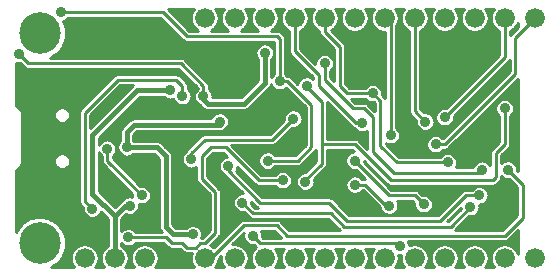
<source format=gbl>
G04 DipTrace 3.0.0.0*
G04 Bottom.gbl*
%MOIN*%
G04 #@! TF.FileFunction,Copper,L2,Bot*
G04 #@! TF.Part,Single*
%AMOUTLINE15*
4,1,8,
0.009853,0.075285,
0.023789,0.061349,
0.023789,-0.009853,
0.009853,-0.023789,
-0.009853,-0.023789,
-0.023789,-0.009853,
-0.023789,0.061349,
-0.009853,0.075285,
0.009853,0.075285,
0*%
%AMOUTLINE18*
4,1,8,
-0.009853,-0.075285,
-0.023789,-0.061349,
-0.023789,0.009853,
-0.009853,0.023789,
0.009853,0.023789,
0.023789,0.009853,
0.023789,-0.061349,
0.009853,-0.075285,
-0.009853,-0.075285,
0*%
G04 #@! TA.AperFunction,Conductor*
%ADD13C,0.016*%
G04 #@! TA.AperFunction,CopperBalancing*
%ADD14C,0.01*%
G04 #@! TA.AperFunction,ComponentPad*
%ADD27R,0.098425X0.098425*%
%ADD28C,0.066*%
%ADD40C,0.138425*%
G04 #@! TA.AperFunction,ViaPad*
%ADD49C,0.035685*%
G04 #@! TA.AperFunction,ComponentPad*
%ADD117OUTLINE15*%
%ADD120OUTLINE18*%
%FSLAX26Y26*%
G04*
G70*
G90*
G75*
G01*
G04 Bottom*
%LPD*%
X744016Y444016D2*
D13*
Y584016D1*
X669016Y659016D1*
Y854016D1*
X819016Y1004016D1*
X929016D1*
X424016Y1124016D2*
D14*
X454016Y1094016D1*
X964016D1*
X1039016Y1019016D1*
Y984016D1*
X794016Y619016D2*
D13*
X779016D1*
X744016Y584016D1*
X1039016Y984016D2*
D14*
Y974016D1*
D13*
X1054016Y959016D1*
X1174016D1*
X1244016Y1029016D1*
Y1129016D1*
X1044016Y444016D2*
D14*
X1064016D1*
X1174016Y554016D1*
X1284016D1*
X1319016Y519016D1*
X2044016D1*
X2104016Y579016D1*
Y689016D1*
X2054016Y739016D1*
X1969016D2*
X1959016Y729016D1*
X1674016D1*
X1604016Y799016D1*
Y914016D1*
X1574016Y944016D1*
X1539016D1*
X1444016Y1039016D1*
Y1094016D1*
X999016Y774016D2*
Y794016D1*
X1044016Y839016D1*
X1269016D1*
X1339016Y909016D1*
X564016Y1264016D2*
X904016D1*
X984016Y1184016D1*
X1284016D1*
X1294016Y1174016D1*
Y1034016D1*
X1204016Y519016D2*
X1229016Y494016D1*
X1684016D1*
X1694016Y484016D1*
X1744016Y1244016D2*
Y934016D1*
X1779016Y899016D1*
X1294016Y1034016D2*
X1319016D1*
X1399016Y954016D1*
Y814016D1*
X1354016Y769016D1*
X1254016D1*
X1659016Y619016D2*
X1649016D1*
X1579016Y689016D1*
X1544016D1*
X1644016Y1244016D2*
X1664016Y1224016D1*
Y854016D1*
X1854016Y764016D2*
X1684016D1*
X1629016Y819016D1*
Y969016D1*
X1604016Y994016D1*
X1519016D1*
X1494016Y1019016D1*
Y1149016D1*
X1444016Y1199016D1*
Y1244016D1*
X1544016Y769016D2*
X1659016Y654016D1*
X1744016D1*
X1774016Y624016D1*
X1344016Y1244016D2*
Y1134016D1*
X1424016Y1054016D1*
Y1019016D1*
X1549016Y894016D1*
X1569016D1*
X2144016Y1244016D2*
X2079016Y1179016D1*
Y1059016D1*
X1844016Y824016D1*
X1814016D1*
X2044016Y1244016D2*
Y1114016D1*
X1844016Y914016D1*
X969016Y984016D2*
Y1019016D1*
X949016Y1039016D1*
X754016D1*
X644016Y929016D1*
Y634016D1*
X669016Y609016D1*
X719016Y809016D2*
Y769016D1*
X834016Y654016D1*
X1304016Y704016D2*
X1224016D1*
X1114016Y814016D1*
X1064016D1*
X1034016Y784016D1*
Y709016D1*
X1079016Y664016D1*
Y529016D1*
X1044016Y494016D1*
X1029016D1*
X1014016Y479016D1*
X984016D1*
X969016Y494016D1*
X934016D1*
X914016Y514016D1*
X789016D1*
X1384016Y1019016D2*
Y1014016D1*
X1434016Y964016D1*
Y829016D1*
Y759016D1*
X1379016Y704016D1*
Y699016D1*
X2044016Y944016D2*
Y824016D1*
X2014016Y794016D1*
Y714016D1*
X2004016Y704016D1*
X1664016D1*
X1544016Y824016D1*
X1439016D1*
X1434016Y829016D1*
X1169016Y629016D2*
X1204016Y594016D1*
X1464016D1*
X1509016Y549016D1*
X1864016D1*
X1929016Y614016D1*
X1121516Y751516D2*
Y736516D1*
X1229016Y629016D1*
X1459016D1*
X1519016Y569016D1*
X1829016D1*
X1914016Y654016D1*
X1959016D1*
X1004016Y524016D2*
D13*
X939016D1*
X914016Y549016D1*
Y784016D1*
X884016Y814016D1*
X784016D1*
Y864016D1*
X809016Y889016D1*
X1094016D1*
Y899016D1*
D49*
X929016Y1004016D3*
X794016Y619016D3*
X424016Y1124016D3*
X1244016Y1129016D3*
X1039016Y984016D3*
X2054016Y739016D3*
X1444016Y1094016D3*
X1969016Y739016D3*
X999016Y774016D3*
X1339016Y909016D3*
X489016Y844016D3*
X904016Y939016D3*
X1299016Y989016D3*
X876516Y1199016D3*
X814016Y774016D3*
X1034016Y649016D3*
X1119016Y559016D3*
X1269016Y669016D3*
X1449016Y554016D3*
X584016Y429016D3*
X684016Y1029016D3*
X769016Y1139016D3*
X949016Y564016D3*
X1264016Y909016D3*
X1089016Y994016D3*
X1559016Y619016D3*
X564016Y1264016D3*
X1294016Y1034016D3*
X1204016Y519016D3*
X1254016Y769016D3*
X1779016Y899016D3*
X1694016Y484016D3*
X1659016Y619016D3*
X1544016Y689016D3*
X1814016Y824016D3*
X1844016Y914016D3*
X1604016Y994016D3*
X1854016Y764016D3*
X1774016Y624016D3*
X1544016Y769016D3*
X1569016Y894016D3*
X1664016Y854016D3*
X969016Y984016D3*
X669016Y609016D3*
X834016Y654016D3*
X719016Y809016D3*
X1384016Y1019016D3*
X1379016Y699016D3*
X1304016Y704016D3*
X789016Y514016D3*
X2044016Y944016D3*
X1169016Y629016D3*
X1929016Y614016D3*
X1121516Y751516D3*
X1959016Y654016D3*
X1004016Y524016D3*
X784016Y814016D3*
X1094016Y899016D3*
X931652Y1263399D2*
D14*
X1000864D1*
X1087160D2*
X1100864D1*
X1187160D2*
X1200864D1*
X1287160D2*
X1300864D1*
X1387160D2*
X1400864D1*
X1487160D2*
X1500864D1*
X1587160D2*
X1600864D1*
X1687160D2*
X1700864D1*
X1787160D2*
X1800864D1*
X1887160D2*
X1900864D1*
X1987160D2*
X2000864D1*
X941516Y1253530D2*
X997601D1*
X1090423D2*
X1097601D1*
X1190423D2*
X1197601D1*
X1290423D2*
X1297601D1*
X1390423D2*
X1397601D1*
X1490423D2*
X1497601D1*
X1590423D2*
X1597601D1*
X1690423D2*
X1697601D1*
X1790423D2*
X1797601D1*
X1890423D2*
X1897601D1*
X1990423D2*
X1997601D1*
X588703Y1243661D2*
X897367D1*
X951379D2*
X996625D1*
X1091399D2*
X1096623D1*
X1191399D2*
X1196623D1*
X1291399D2*
X1296623D1*
X1391399D2*
X1396623D1*
X1491399D2*
X1496623D1*
X1591399D2*
X1596623D1*
X1691399D2*
X1696623D1*
X1791399D2*
X1796623D1*
X1891399D2*
X1896623D1*
X1991399D2*
X1996623D1*
X573371Y1233793D2*
X907231D1*
X961243D2*
X997759D1*
X1090265D2*
X1097759D1*
X1190265D2*
X1197759D1*
X1290265D2*
X1297759D1*
X1390265D2*
X1397759D1*
X1490265D2*
X1497759D1*
X1590265D2*
X1597759D1*
X1690265D2*
X1697759D1*
X1790265D2*
X1797759D1*
X1890265D2*
X1897759D1*
X1990265D2*
X1997759D1*
X578136Y1223924D2*
X917094D1*
X971125D2*
X1001196D1*
X1086828D2*
X1101196D1*
X1186828D2*
X1201196D1*
X1286828D2*
X1301196D1*
X1386828D2*
X1401196D1*
X1486828D2*
X1501196D1*
X1586828D2*
X1601196D1*
X1686828D2*
X1701196D1*
X1786828D2*
X1801196D1*
X1886828D2*
X1901196D1*
X1986828D2*
X2001196D1*
X580812Y1214055D2*
X926957D1*
X980988D2*
X1007601D1*
X1080441D2*
X1107601D1*
X1180441D2*
X1207601D1*
X1280441D2*
X1307601D1*
X1380441D2*
X1407601D1*
X1480441D2*
X1507601D1*
X1580441D2*
X1607601D1*
X1683411D2*
X1707601D1*
X1780441D2*
X1807601D1*
X1880441D2*
X1907601D1*
X1980441D2*
X2007601D1*
X2080441D2*
X2086723D1*
X582375Y1204186D2*
X936840D1*
X990852D2*
X1019223D1*
X1068801D2*
X1119223D1*
X1168801D2*
X1219223D1*
X1268801D2*
X1319223D1*
X1368801D2*
X1419223D1*
X1468801D2*
X1519223D1*
X1568801D2*
X1619223D1*
X1683411D2*
X1719223D1*
X1768801D2*
X1819223D1*
X1868801D2*
X1919223D1*
X1968801D2*
X2019223D1*
X2068801D2*
X2077172D1*
X583391Y1194318D2*
X946703D1*
X1300715D2*
X1324633D1*
X1363411D2*
X1425239D1*
X1475715D2*
X1644633D1*
X1683411D2*
X1724633D1*
X1763411D2*
X2024633D1*
X2063411D2*
X2067314D1*
X582472Y1184449D2*
X956567D1*
X1310168D2*
X1324633D1*
X1363411D2*
X1431567D1*
X1485597D2*
X1644633D1*
X1683411D2*
X1724633D1*
X1763411D2*
X2024633D1*
X580911Y1174580D2*
X966449D1*
X1313391D2*
X1324633D1*
X1363411D2*
X1441449D1*
X1495461D2*
X1644633D1*
X1683411D2*
X1724633D1*
X1763411D2*
X2024633D1*
X578352Y1164711D2*
X1274633D1*
X1313411D2*
X1324633D1*
X1363411D2*
X1451312D1*
X1505324D2*
X1644633D1*
X1683411D2*
X1724633D1*
X1763411D2*
X2024633D1*
X573684Y1154843D2*
X1225453D1*
X1262591D2*
X1274633D1*
X1313411D2*
X1324633D1*
X1363411D2*
X1461176D1*
X1512453D2*
X1644633D1*
X1683411D2*
X1724633D1*
X1763411D2*
X2024633D1*
X568449Y1144974D2*
X1216156D1*
X1313411D2*
X1324633D1*
X1363411D2*
X1471039D1*
X1513411D2*
X1644633D1*
X1683411D2*
X1724633D1*
X1763411D2*
X2024633D1*
X560383Y1135105D2*
X1212387D1*
X1313411D2*
X1324633D1*
X1369933D2*
X1474633D1*
X1513411D2*
X1644633D1*
X1683411D2*
X1724633D1*
X1763411D2*
X2024633D1*
X550364Y1125236D2*
X1212016D1*
X1313411D2*
X1326860D1*
X1379797D2*
X1442075D1*
X1445969D2*
X1474633D1*
X1513411D2*
X1644633D1*
X1683411D2*
X1724633D1*
X1763411D2*
X2024633D1*
X534231Y1115367D2*
X1214927D1*
X1313411D2*
X1335648D1*
X1389680D2*
X1420219D1*
X1467804D2*
X1474633D1*
X1513411D2*
X1644633D1*
X1683411D2*
X1724633D1*
X1763411D2*
X2018364D1*
X979543Y1105499D2*
X1221625D1*
X1266399D2*
X1274633D1*
X1313411D2*
X1345531D1*
X1399543D2*
X1413969D1*
X1513411D2*
X1644633D1*
X1683411D2*
X1724633D1*
X1763411D2*
X2008480D1*
X989407Y1095630D2*
X1221625D1*
X1266399D2*
X1274633D1*
X1313411D2*
X1355395D1*
X1513411D2*
X1644633D1*
X1683411D2*
X1724633D1*
X1763411D2*
X1998617D1*
X2052648D2*
X2059633D1*
X415773Y1085761D2*
X435259D1*
X999289D2*
X1221625D1*
X1266399D2*
X1274633D1*
X1313411D2*
X1365259D1*
X1513411D2*
X1644633D1*
X1683411D2*
X1724633D1*
X1763411D2*
X1988755D1*
X2042765D2*
X2059633D1*
X415773Y1075892D2*
X449887D1*
X1009152D2*
X1221625D1*
X1266399D2*
X1274633D1*
X1313411D2*
X1375121D1*
X1470461D2*
X1474633D1*
X1513411D2*
X1644633D1*
X1683411D2*
X1724633D1*
X1763411D2*
X1978891D1*
X2032903D2*
X2059633D1*
X415773Y1066024D2*
X965004D1*
X1019016D2*
X1221625D1*
X1266399D2*
X1274633D1*
X1313411D2*
X1385004D1*
X1463411D2*
X1474633D1*
X1513411D2*
X1644633D1*
X1683411D2*
X1724633D1*
X1763411D2*
X1969008D1*
X2023039D2*
X2059008D1*
X415773Y1056155D2*
X746352D1*
X956692D2*
X974867D1*
X1028879D2*
X1221625D1*
X1266399D2*
X1270965D1*
X1317043D2*
X1394867D1*
X1463411D2*
X1474633D1*
X1513411D2*
X1644633D1*
X1683411D2*
X1724633D1*
X1763411D2*
X1959144D1*
X2013156D2*
X2049144D1*
X415773Y1046286D2*
X734281D1*
X968762D2*
X984731D1*
X1038762D2*
X1221625D1*
X1333762D2*
X1367777D1*
X1400247D2*
X1404633D1*
X1463762D2*
X1474633D1*
X1513411D2*
X1644633D1*
X1683411D2*
X1724633D1*
X1763411D2*
X1949281D1*
X2003293D2*
X2039281D1*
X415773Y1036417D2*
X724399D1*
X978625D2*
X994613D1*
X1048625D2*
X1220160D1*
X1343625D2*
X1357075D1*
X1513411D2*
X1644633D1*
X1683411D2*
X1724633D1*
X1763411D2*
X1939399D1*
X1993429D2*
X2029399D1*
X2083429D2*
X2086715D1*
X415773Y1026549D2*
X714535D1*
X986789D2*
X1004476D1*
X1056789D2*
X1210297D1*
X1513488D2*
X1644633D1*
X1683411D2*
X1724633D1*
X1763411D2*
X1929535D1*
X1983567D2*
X2019535D1*
X2073567D2*
X2086723D1*
X415773Y1016680D2*
X704672D1*
X758684D2*
X800433D1*
X988411D2*
X1014340D1*
X1058411D2*
X1200433D1*
X1262492D2*
X1267035D1*
X1523371D2*
X1581528D1*
X1626516D2*
X1644633D1*
X1683411D2*
X1724633D1*
X1763411D2*
X1919672D1*
X1973684D2*
X2009672D1*
X2063684D2*
X2086723D1*
X415773Y1006811D2*
X694808D1*
X748820D2*
X790551D1*
X991379D2*
X1016664D1*
X1061379D2*
X1190551D1*
X1253059D2*
X1277660D1*
X1310364D2*
X1319203D1*
X1633508D2*
X1644633D1*
X1683411D2*
X1724633D1*
X1763411D2*
X1909808D1*
X1963820D2*
X1999808D1*
X2053820D2*
X2086723D1*
X415773Y996942D2*
X684927D1*
X738957D2*
X780688D1*
X998449D2*
X1009575D1*
X1068449D2*
X1180688D1*
X1243196D2*
X1329087D1*
X1636105D2*
X1644633D1*
X1683411D2*
X1724633D1*
X1763411D2*
X1899927D1*
X1953957D2*
X1989927D1*
X2043957D2*
X2086723D1*
X415773Y987073D2*
X675063D1*
X729075D2*
X770824D1*
X1001105D2*
X1006934D1*
X1071105D2*
X1170824D1*
X1233332D2*
X1338949D1*
X1637961D2*
X1644633D1*
X1683411D2*
X1724633D1*
X1763411D2*
X1890063D1*
X1944075D2*
X1980063D1*
X2034075D2*
X2086723D1*
X415773Y977205D2*
X665199D1*
X719211D2*
X760961D1*
X823449D2*
X911996D1*
X1000500D2*
X1007524D1*
X1223449D2*
X1348812D1*
X1683411D2*
X1724633D1*
X1763411D2*
X1880199D1*
X1934211D2*
X1970199D1*
X2024211D2*
X2086723D1*
X415773Y967336D2*
X655316D1*
X709348D2*
X751079D1*
X813587D2*
X941605D1*
X996419D2*
X1011605D1*
X1213587D2*
X1358676D1*
X1542707D2*
X1586781D1*
X1683411D2*
X1724633D1*
X1763411D2*
X1870316D1*
X1924348D2*
X1960316D1*
X2014348D2*
X2022231D1*
X2065793D2*
X2086723D1*
X415773Y957467D2*
X645453D1*
X699484D2*
X741215D1*
X803723D2*
X951567D1*
X986476D2*
X1021567D1*
X1203723D2*
X1368559D1*
X1453411D2*
X1458549D1*
X1587551D2*
X1609633D1*
X1683411D2*
X1724633D1*
X1763411D2*
X1860453D1*
X1914484D2*
X1950453D1*
X2004484D2*
X2014828D1*
X2073215D2*
X2086723D1*
X420773Y947598D2*
X563597D1*
X574427D2*
X635591D1*
X689601D2*
X731352D1*
X793860D2*
X1034184D1*
X1193860D2*
X1378423D1*
X1453411D2*
X1468423D1*
X1597453D2*
X1609633D1*
X1683411D2*
X1724633D1*
X1763411D2*
X1850591D1*
X1904601D2*
X1940591D1*
X1994601D2*
X2011996D1*
X2076047D2*
X2086723D1*
X430636Y937730D2*
X546781D1*
X591262D2*
X626820D1*
X679739D2*
X721469D1*
X783976D2*
X1050883D1*
X1177140D2*
X1325727D1*
X1352316D2*
X1379633D1*
X1453411D2*
X1478285D1*
X1683411D2*
X1724633D1*
X1767316D2*
X1822680D1*
X1894739D2*
X1930727D1*
X1984739D2*
X2012427D1*
X2075617D2*
X2086723D1*
X435773Y927861D2*
X541781D1*
X596243D2*
X624633D1*
X669875D2*
X711605D1*
X774113D2*
X1081039D1*
X1107004D2*
X1313109D1*
X1364933D2*
X1379633D1*
X1453411D2*
X1488168D1*
X1683411D2*
X1725688D1*
X1792004D2*
X1815024D1*
X1884875D2*
X1920844D1*
X1974875D2*
X2016293D1*
X2071751D2*
X2086723D1*
X435773Y917992D2*
X540980D1*
X597043D2*
X624633D1*
X663411D2*
X701743D1*
X764251D2*
X1068207D1*
X1119816D2*
X1308091D1*
X1369933D2*
X1379633D1*
X1453411D2*
X1498031D1*
X1683411D2*
X1733031D1*
X1804816D2*
X1812035D1*
X1875988D2*
X1910980D1*
X1965012D2*
X2024633D1*
X2063411D2*
X2086723D1*
X435773Y908123D2*
X543969D1*
X594055D2*
X624633D1*
X663411D2*
X691879D1*
X754367D2*
X798403D1*
X1124895D2*
X1306801D1*
X1371243D2*
X1379633D1*
X1453411D2*
X1507895D1*
X1683411D2*
X1742895D1*
X1875696D2*
X1901117D1*
X1955129D2*
X2024633D1*
X2063411D2*
X2086723D1*
X435773Y898255D2*
X552836D1*
X585207D2*
X624633D1*
X663411D2*
X681996D1*
X744504D2*
X786996D1*
X1126243D2*
X1301235D1*
X1369348D2*
X1379633D1*
X1453411D2*
X1517759D1*
X1683411D2*
X1746781D1*
X1811243D2*
X1816067D1*
X1871984D2*
X1891235D1*
X1945265D2*
X2024633D1*
X2063411D2*
X2086723D1*
X435773Y888386D2*
X624633D1*
X663411D2*
X672133D1*
X734640D2*
X777133D1*
X1124387D2*
X1291371D1*
X1363469D2*
X1379633D1*
X1453411D2*
X1527640D1*
X1683411D2*
X1748636D1*
X1809387D2*
X1825160D1*
X1862864D2*
X1881371D1*
X1935403D2*
X2024633D1*
X2063411D2*
X2086723D1*
X435773Y878517D2*
X624633D1*
X724777D2*
X767289D1*
X1118587D2*
X1281508D1*
X1346751D2*
X1379633D1*
X1453411D2*
X1538109D1*
X1684387D2*
X1754457D1*
X1803587D2*
X1871508D1*
X1925520D2*
X2024633D1*
X2063411D2*
X2086723D1*
X435773Y868648D2*
X624633D1*
X714895D2*
X762133D1*
X1102316D2*
X1271644D1*
X1325656D2*
X1379633D1*
X1453411D2*
X1549789D1*
X1692609D2*
X1770707D1*
X1787316D2*
X1861644D1*
X1915656D2*
X2024633D1*
X2063411D2*
X2086723D1*
X435773Y858780D2*
X624633D1*
X705031D2*
X761625D1*
X810031D2*
X1261762D1*
X1315793D2*
X1379633D1*
X1453411D2*
X1584633D1*
X1695891D2*
X1851762D1*
X1905793D2*
X2024633D1*
X2063411D2*
X2086723D1*
X435773Y848911D2*
X624633D1*
X695168D2*
X761625D1*
X806399D2*
X1026899D1*
X1305929D2*
X1379633D1*
X1453411D2*
X1584633D1*
X1695832D2*
X1794144D1*
X1833879D2*
X1841899D1*
X1895929D2*
X2024633D1*
X2063411D2*
X2086723D1*
X435773Y839042D2*
X624633D1*
X691399D2*
X709419D1*
X728625D2*
X761625D1*
X806399D2*
X1017035D1*
X1296047D2*
X1379633D1*
X1555617D2*
X1584633D1*
X1692433D2*
X1785629D1*
X1886047D2*
X2024633D1*
X2063411D2*
X2086723D1*
X435773Y829173D2*
X624633D1*
X743879D2*
X755707D1*
X900109D2*
X1007172D1*
X1286184D2*
X1379633D1*
X1565871D2*
X1584633D1*
X1683957D2*
X1782211D1*
X1876184D2*
X2022172D1*
X2063411D2*
X2086723D1*
X435773Y819304D2*
X624633D1*
X909972D2*
X997289D1*
X1135735D2*
X1377289D1*
X1575735D2*
X1584633D1*
X1655735D2*
X1782133D1*
X1866320D2*
X2012289D1*
X2062785D2*
X2086723D1*
X435773Y809436D2*
X624633D1*
X919856D2*
X987427D1*
X1145597D2*
X1367427D1*
X1665597D2*
X1785395D1*
X1856223D2*
X2002427D1*
X2056437D2*
X2086723D1*
X435773Y799567D2*
X624633D1*
X749777D2*
X755316D1*
X929719D2*
X980043D1*
X1155480D2*
X1246508D1*
X1261516D2*
X1357563D1*
X1411575D2*
X1414618D1*
X1453411D2*
X1536508D1*
X1675480D2*
X1793579D1*
X1834445D2*
X1995472D1*
X2046575D2*
X2086723D1*
X435773Y789698D2*
X552719D1*
X585324D2*
X624633D1*
X744563D2*
X763423D1*
X804621D2*
X877075D1*
X935636D2*
X971000D1*
X1066711D2*
X1111332D1*
X1165344D2*
X1229613D1*
X1278429D2*
X1347680D1*
X1401711D2*
X1414633D1*
X1453411D2*
X1519613D1*
X1685344D2*
X1835239D1*
X1872785D2*
X1994633D1*
X2036711D2*
X2086723D1*
X435773Y779829D2*
X543929D1*
X594094D2*
X624633D1*
X691399D2*
X699633D1*
X738411D2*
X886957D1*
X936399D2*
X967328D1*
X1056848D2*
X1107328D1*
X1175207D2*
X1223715D1*
X1391848D2*
X1414633D1*
X1453411D2*
X1513715D1*
X1881945D2*
X1994633D1*
X2033411D2*
X2086723D1*
X435773Y769961D2*
X540980D1*
X597043D2*
X624633D1*
X691399D2*
X699633D1*
X745091D2*
X891625D1*
X936399D2*
X967055D1*
X1053411D2*
X1095316D1*
X1185091D2*
X1221801D1*
X1381965D2*
X1414633D1*
X1453411D2*
X1511801D1*
X1885676D2*
X1963773D1*
X1974261D2*
X1994633D1*
X2033411D2*
X2048773D1*
X2059261D2*
X2086723D1*
X435773Y760092D2*
X541801D1*
X596223D2*
X624633D1*
X691399D2*
X701937D1*
X754953D2*
X891625D1*
X936399D2*
X970063D1*
X1053411D2*
X1090472D1*
X1194953D2*
X1223091D1*
X1372101D2*
X1408091D1*
X1453411D2*
X1513091D1*
X1886008D2*
X1944965D1*
X2078059D2*
X2086723D1*
X430559Y750223D2*
X546840D1*
X591203D2*
X624633D1*
X691399D2*
X710804D1*
X764816D2*
X891625D1*
X936399D2*
X977777D1*
X1053411D2*
X1089301D1*
X1204816D2*
X1228071D1*
X1279972D2*
X1398207D1*
X1451164D2*
X1518071D1*
X1883039D2*
X1938852D1*
X420696Y740354D2*
X564105D1*
X573934D2*
X624633D1*
X691399D2*
X720668D1*
X774680D2*
X891625D1*
X936399D2*
X1014633D1*
X1053411D2*
X1091352D1*
X1151692D2*
X1160668D1*
X1214680D2*
X1240609D1*
X1267433D2*
X1388344D1*
X1442356D2*
X1530609D1*
X415773Y730486D2*
X624633D1*
X691399D2*
X730531D1*
X784563D2*
X891625D1*
X936399D2*
X1014633D1*
X1053411D2*
X1097427D1*
X1154563D2*
X1170531D1*
X1224563D2*
X1286429D1*
X1321594D2*
X1378480D1*
X1432492D2*
X1555531D1*
X415773Y720617D2*
X624633D1*
X691399D2*
X740395D1*
X794427D2*
X891625D1*
X936399D2*
X1014633D1*
X1053411D2*
X1110395D1*
X1164427D2*
X1180395D1*
X1331476D2*
X1355453D1*
X1422629D2*
X1565395D1*
X415773Y710748D2*
X624633D1*
X691399D2*
X750277D1*
X804289D2*
X891625D1*
X936399D2*
X1014633D1*
X1059289D2*
X1120277D1*
X1174289D2*
X1190277D1*
X1335520D2*
X1349067D1*
X1412765D2*
X1520591D1*
X1567453D2*
X1575277D1*
X2033117D2*
X2039731D1*
X415773Y700879D2*
X624633D1*
X691399D2*
X760140D1*
X814172D2*
X891625D1*
X936399D2*
X1016528D1*
X1069172D2*
X1130140D1*
X1184172D2*
X1200140D1*
X1336087D2*
X1346840D1*
X1411203D2*
X1514125D1*
X2027883D2*
X2065140D1*
X415773Y691010D2*
X624633D1*
X691399D2*
X770004D1*
X824035D2*
X891625D1*
X936399D2*
X1025004D1*
X1079035D2*
X1140004D1*
X1194035D2*
X1210004D1*
X1333411D2*
X1347816D1*
X1410207D2*
X1511840D1*
X2018020D2*
X2075004D1*
X415773Y681142D2*
X624633D1*
X691399D2*
X779887D1*
X850500D2*
X891625D1*
X936399D2*
X1034887D1*
X1088899D2*
X1149887D1*
X1203899D2*
X1281743D1*
X1326281D2*
X1352407D1*
X1405636D2*
X1512797D1*
X1658899D2*
X1942524D1*
X1975500D2*
X2084633D1*
X415773Y671273D2*
X624633D1*
X691399D2*
X789751D1*
X861047D2*
X891625D1*
X936399D2*
X1044751D1*
X1096907D2*
X1159751D1*
X1213762D2*
X1363656D1*
X1394367D2*
X1517308D1*
X1751379D2*
X1906664D1*
X1986047D2*
X2084633D1*
X415773Y661404D2*
X624633D1*
X697883D2*
X799613D1*
X865364D2*
X891625D1*
X936399D2*
X1054613D1*
X1098411D2*
X1169613D1*
X1223644D2*
X1528423D1*
X1559621D2*
X1579613D1*
X1763644D2*
X1894399D1*
X1990364D2*
X2084633D1*
X415773Y651535D2*
X624633D1*
X707747D2*
X801879D1*
X866144D2*
X891625D1*
X936399D2*
X1059633D1*
X1098411D2*
X1146371D1*
X1233508D2*
X1589476D1*
X1789797D2*
X1884516D1*
X1991144D2*
X2084633D1*
X415773Y641667D2*
X624633D1*
X717609D2*
X771508D1*
X863703D2*
X891625D1*
X936399D2*
X1059633D1*
X1098411D2*
X1139457D1*
X1473371D2*
X1599360D1*
X1800793D2*
X1874652D1*
X1988703D2*
X2084633D1*
X415773Y631798D2*
X624751D1*
X727492D2*
X760551D1*
X856965D2*
X891625D1*
X936399D2*
X1059633D1*
X1098411D2*
X1136899D1*
X1483235D2*
X1609223D1*
X1688508D2*
X1739223D1*
X1805265D2*
X1864789D1*
X1981965D2*
X2084633D1*
X415773Y621929D2*
X629144D1*
X737356D2*
X750668D1*
X826105D2*
X891625D1*
X936399D2*
X1059633D1*
X1098411D2*
X1137601D1*
X1203117D2*
X1209087D1*
X1493117D2*
X1619087D1*
X1691105D2*
X1741860D1*
X1806184D2*
X1854927D1*
X1960227D2*
X2084633D1*
X415773Y612060D2*
X636937D1*
X825461D2*
X891625D1*
X936399D2*
X1059633D1*
X1098411D2*
X1141781D1*
X1502980D2*
X1627563D1*
X1690461D2*
X1744164D1*
X1803879D2*
X1845043D1*
X1961184D2*
X2084633D1*
X415773Y602192D2*
X637543D1*
X821340D2*
X891625D1*
X936399D2*
X1059633D1*
X1098411D2*
X1152016D1*
X1512844D2*
X1631703D1*
X1686340D2*
X1750668D1*
X1797356D2*
X1835180D1*
X1958919D2*
X2084633D1*
X415773Y592323D2*
X641625D1*
X696419D2*
X704457D1*
X811243D2*
X891625D1*
X936399D2*
X1059633D1*
X1098411D2*
X1178696D1*
X1522727D2*
X1641801D1*
X1676243D2*
X1825316D1*
X1952492D2*
X2084633D1*
X415773Y582454D2*
X651587D1*
X686457D2*
X714320D1*
X773703D2*
X891625D1*
X936399D2*
X1059633D1*
X1098411D2*
X1188559D1*
X1924465D2*
X2080453D1*
X415773Y572585D2*
X453636D1*
X534387D2*
X721625D1*
X766399D2*
X891625D1*
X936399D2*
X1059633D1*
X1098411D2*
X1458441D1*
X1914601D2*
X2070571D1*
X415773Y562717D2*
X437583D1*
X550441D2*
X721625D1*
X766399D2*
X891625D1*
X936399D2*
X1059633D1*
X1098411D2*
X1155707D1*
X1302316D2*
X1468304D1*
X1904719D2*
X2060707D1*
X415773Y552848D2*
X427563D1*
X560461D2*
X721625D1*
X766399D2*
X891625D1*
X941437D2*
X991000D1*
X1017024D2*
X1059633D1*
X1098411D2*
X1145844D1*
X1312199D2*
X1478168D1*
X1894856D2*
X2050844D1*
X415773Y542979D2*
X419530D1*
X568508D2*
X721625D1*
X766399D2*
X776332D1*
X801711D2*
X892484D1*
X1029836D2*
X1059633D1*
X1098411D2*
X1135961D1*
X1322063D2*
X1488051D1*
X1884992D2*
X2040961D1*
X573723Y533110D2*
X721625D1*
X814739D2*
X898676D1*
X1034895D2*
X1056097D1*
X1098411D2*
X1126097D1*
X1232883D2*
X1277915D1*
X578391Y523241D2*
X721625D1*
X1036243D2*
X1046235D1*
X1097472D2*
X1116235D1*
X1235969D2*
X1287777D1*
X2075247D2*
X2086723D1*
X580929Y513373D2*
X721625D1*
X1090383D2*
X1106371D1*
X1160383D2*
X1172289D1*
X1236672D2*
X1297640D1*
X2065383D2*
X2086723D1*
X582492Y503504D2*
X721625D1*
X1080520D2*
X1096488D1*
X1150520D2*
X1175903D1*
X2054895D2*
X2086723D1*
X583371Y493635D2*
X721625D1*
X813684D2*
X907387D1*
X1070636D2*
X1086625D1*
X1140636D2*
X1184808D1*
X1724739D2*
X2086723D1*
X582375Y483766D2*
X619105D1*
X668937D2*
X719105D1*
X768937D2*
X780239D1*
X797804D2*
X819105D1*
X868937D2*
X917251D1*
X1068937D2*
X1076762D1*
X1168937D2*
X1212251D1*
X1768937D2*
X1819105D1*
X1868937D2*
X1919105D1*
X1968937D2*
X2019105D1*
X2068937D2*
X2086723D1*
X580812Y473898D2*
X607524D1*
X680500D2*
X707524D1*
X780500D2*
X807524D1*
X880500D2*
X962133D1*
X1180500D2*
X1207524D1*
X1280500D2*
X1307524D1*
X1380500D2*
X1407524D1*
X1480500D2*
X1507524D1*
X1580500D2*
X1607524D1*
X1780500D2*
X1807524D1*
X1880500D2*
X1907524D1*
X1980500D2*
X2007524D1*
X2080500D2*
X2086723D1*
X578097Y464029D2*
X601156D1*
X686867D2*
X701156D1*
X786867D2*
X801156D1*
X886867D2*
X972348D1*
X1186867D2*
X1201156D1*
X1286867D2*
X1301156D1*
X1386867D2*
X1401156D1*
X1486867D2*
X1501156D1*
X1586867D2*
X1601156D1*
X1786867D2*
X1801156D1*
X1886867D2*
X1901156D1*
X1986867D2*
X2001156D1*
X573332Y454160D2*
X597739D1*
X690285D2*
X697739D1*
X790285D2*
X797739D1*
X890285D2*
X997739D1*
X1190285D2*
X1197739D1*
X1290285D2*
X1297739D1*
X1390285D2*
X1397739D1*
X1490285D2*
X1497739D1*
X1590285D2*
X1597739D1*
X1790285D2*
X1797739D1*
X1890285D2*
X1897739D1*
X1990285D2*
X1997739D1*
X568020Y444291D2*
X596625D1*
X691399D2*
X696623D1*
X791399D2*
X796623D1*
X891399D2*
X996625D1*
X1091399D2*
X1096623D1*
X1191399D2*
X1196623D1*
X1291399D2*
X1296623D1*
X1391399D2*
X1396623D1*
X1491399D2*
X1496623D1*
X1591399D2*
X1596623D1*
X1691399D2*
X1696623D1*
X1791399D2*
X1796623D1*
X1891399D2*
X1896623D1*
X1991399D2*
X1996623D1*
X559699Y434423D2*
X597621D1*
X690403D2*
X697621D1*
X790403D2*
X797621D1*
X890403D2*
X997621D1*
X1090403D2*
X1097621D1*
X1190403D2*
X1197621D1*
X1290403D2*
X1297621D1*
X1390403D2*
X1397621D1*
X1490403D2*
X1497621D1*
X1590403D2*
X1597621D1*
X1690403D2*
X1697621D1*
X1790403D2*
X1797621D1*
X1890403D2*
X1897621D1*
X1990403D2*
X1997621D1*
X549563Y424554D2*
X600903D1*
X687121D2*
X700903D1*
X787121D2*
X800903D1*
X887121D2*
X1000903D1*
X1087121D2*
X1100903D1*
X1187121D2*
X1200903D1*
X1287121D2*
X1300903D1*
X1387121D2*
X1400903D1*
X1487121D2*
X1500903D1*
X1587121D2*
X1600903D1*
X1687121D2*
X1700903D1*
X1787121D2*
X1800903D1*
X1887121D2*
X1900903D1*
X1987121D2*
X2000903D1*
X2008043Y414769D2*
X2004459Y419776D1*
X2002680Y422954D1*
X2001155Y426262D1*
X1999894Y429680D1*
X1998906Y433186D1*
X1998194Y436759D1*
X1997766Y440375D1*
X1997623Y444016D1*
X1997766Y447656D1*
X1998194Y451273D1*
X1998906Y454845D1*
X1999894Y458352D1*
X2001155Y461769D1*
X2002680Y465077D1*
X2004459Y468256D1*
X2006484Y471285D1*
X2008739Y474146D1*
X2011211Y476820D1*
X2013886Y479293D1*
X2016747Y481547D1*
X2019776Y483572D1*
X2022954Y485352D1*
X2026262Y486877D1*
X2029680Y488138D1*
X2033186Y489126D1*
X2036759Y489837D1*
X2040375Y490265D1*
X2044016Y490408D1*
X2047656Y490265D1*
X2051273Y489837D1*
X2054845Y489126D1*
X2058352Y488138D1*
X2061769Y486877D1*
X2065077Y485352D1*
X2068256Y483572D1*
X2071285Y481547D1*
X2074146Y479293D1*
X2076820Y476820D1*
X2079293Y474146D1*
X2081547Y471285D1*
X2083572Y468256D1*
X2085352Y465077D1*
X2087719Y459487D1*
X2087717Y536696D1*
X2055961Y505030D1*
X2053626Y503333D1*
X2051054Y502024D1*
X2048310Y501131D1*
X2045459Y500680D1*
X2014016Y500623D1*
X1720480D1*
X1722873Y495969D1*
X1724387Y491307D1*
X1725156Y486399D1*
X1729680Y488138D1*
X1733186Y489126D1*
X1736759Y489837D1*
X1740375Y490265D1*
X1744016Y490408D1*
X1747656Y490265D1*
X1751273Y489837D1*
X1754845Y489126D1*
X1758352Y488138D1*
X1761769Y486877D1*
X1765077Y485352D1*
X1768256Y483572D1*
X1771285Y481547D1*
X1774146Y479293D1*
X1776820Y476820D1*
X1779293Y474146D1*
X1781547Y471285D1*
X1783572Y468256D1*
X1785352Y465077D1*
X1786877Y461769D1*
X1788138Y458352D1*
X1789126Y454845D1*
X1789837Y451273D1*
X1790265Y447656D1*
X1790408Y444016D1*
X1790265Y440375D1*
X1789837Y436759D1*
X1789126Y433186D1*
X1788138Y429680D1*
X1786877Y426262D1*
X1785352Y422954D1*
X1783572Y419776D1*
X1779988Y414769D1*
X1808001Y414764D1*
X1804459Y419776D1*
X1802680Y422954D1*
X1801155Y426262D1*
X1799894Y429680D1*
X1798906Y433186D1*
X1798194Y436759D1*
X1797766Y440375D1*
X1797623Y444016D1*
X1797766Y447656D1*
X1798194Y451273D1*
X1798906Y454845D1*
X1799894Y458352D1*
X1801155Y461769D1*
X1802680Y465077D1*
X1804459Y468256D1*
X1806484Y471285D1*
X1808739Y474146D1*
X1811211Y476820D1*
X1813886Y479293D1*
X1816747Y481547D1*
X1819776Y483572D1*
X1822954Y485352D1*
X1826262Y486877D1*
X1829680Y488138D1*
X1833186Y489126D1*
X1836759Y489837D1*
X1840375Y490265D1*
X1844016Y490408D1*
X1847656Y490265D1*
X1851273Y489837D1*
X1854845Y489126D1*
X1858352Y488138D1*
X1861769Y486877D1*
X1865077Y485352D1*
X1868256Y483572D1*
X1871285Y481547D1*
X1874146Y479293D1*
X1876820Y476820D1*
X1879293Y474146D1*
X1881547Y471285D1*
X1883572Y468256D1*
X1885352Y465077D1*
X1886877Y461769D1*
X1888138Y458352D1*
X1889126Y454845D1*
X1889837Y451273D1*
X1890265Y447656D1*
X1890408Y444016D1*
X1890265Y440375D1*
X1889837Y436759D1*
X1889126Y433186D1*
X1888138Y429680D1*
X1886877Y426262D1*
X1885352Y422954D1*
X1883572Y419776D1*
X1879988Y414769D1*
X1908001Y414764D1*
X1904459Y419776D1*
X1902680Y422954D1*
X1901155Y426262D1*
X1899894Y429680D1*
X1898906Y433186D1*
X1898194Y436759D1*
X1897766Y440375D1*
X1897623Y444016D1*
X1897766Y447656D1*
X1898194Y451273D1*
X1898906Y454845D1*
X1899894Y458352D1*
X1901155Y461769D1*
X1902680Y465077D1*
X1904459Y468256D1*
X1906484Y471285D1*
X1908739Y474146D1*
X1911211Y476820D1*
X1913886Y479293D1*
X1916747Y481547D1*
X1919776Y483572D1*
X1922954Y485352D1*
X1926262Y486877D1*
X1929680Y488138D1*
X1933186Y489126D1*
X1936759Y489837D1*
X1940375Y490265D1*
X1944016Y490408D1*
X1947656Y490265D1*
X1951273Y489837D1*
X1954845Y489126D1*
X1958352Y488138D1*
X1961769Y486877D1*
X1965077Y485352D1*
X1968256Y483572D1*
X1971285Y481547D1*
X1974146Y479293D1*
X1976820Y476820D1*
X1979293Y474146D1*
X1981547Y471285D1*
X1983572Y468256D1*
X1985352Y465077D1*
X1986877Y461769D1*
X1988138Y458352D1*
X1989126Y454845D1*
X1989837Y451273D1*
X1990265Y447656D1*
X1990408Y444016D1*
X1990265Y440375D1*
X1989837Y436759D1*
X1989126Y433186D1*
X1988138Y429680D1*
X1986877Y426262D1*
X1985352Y422954D1*
X1983572Y419776D1*
X1979988Y414769D1*
X2008001Y414764D1*
X1708043Y414769D2*
X1704459Y419776D1*
X1702680Y422954D1*
X1701155Y426262D1*
X1699894Y429680D1*
X1698906Y433186D1*
X1698194Y436759D1*
X1697766Y440375D1*
X1697623Y444016D1*
X1697766Y447656D1*
X1698559Y453101D1*
X1694016Y452781D1*
X1689500Y453122D1*
X1690265Y447656D1*
X1690408Y444016D1*
X1690265Y440375D1*
X1689837Y436759D1*
X1689126Y433186D1*
X1688138Y429680D1*
X1686877Y426262D1*
X1685352Y422954D1*
X1683572Y419776D1*
X1679988Y414769D1*
X1708001Y414764D1*
X1608043Y414769D2*
X1604459Y419776D1*
X1602680Y422954D1*
X1601155Y426262D1*
X1599894Y429680D1*
X1598906Y433186D1*
X1598194Y436759D1*
X1597766Y440375D1*
X1597623Y444016D1*
X1597766Y447656D1*
X1598194Y451273D1*
X1598906Y454845D1*
X1599894Y458352D1*
X1601155Y461769D1*
X1602680Y465077D1*
X1604459Y468256D1*
X1606484Y471285D1*
X1610101Y475618D1*
X1577980Y475623D1*
X1581547Y471285D1*
X1583572Y468256D1*
X1585352Y465077D1*
X1586877Y461769D1*
X1588138Y458352D1*
X1589126Y454845D1*
X1589837Y451273D1*
X1590265Y447656D1*
X1590408Y444016D1*
X1590265Y440375D1*
X1589837Y436759D1*
X1589126Y433186D1*
X1588138Y429680D1*
X1586877Y426262D1*
X1585352Y422954D1*
X1583572Y419776D1*
X1579988Y414769D1*
X1608001Y414764D1*
X1508043Y414769D2*
X1504459Y419776D1*
X1502680Y422954D1*
X1501155Y426262D1*
X1499894Y429680D1*
X1498906Y433186D1*
X1498194Y436759D1*
X1497766Y440375D1*
X1497623Y444016D1*
X1497766Y447656D1*
X1498194Y451273D1*
X1498906Y454845D1*
X1499894Y458352D1*
X1501155Y461769D1*
X1502680Y465077D1*
X1504459Y468256D1*
X1506484Y471285D1*
X1510101Y475618D1*
X1477980Y475623D1*
X1481547Y471285D1*
X1483572Y468256D1*
X1485352Y465077D1*
X1486877Y461769D1*
X1488138Y458352D1*
X1489126Y454845D1*
X1489837Y451273D1*
X1490265Y447656D1*
X1490408Y444016D1*
X1490265Y440375D1*
X1489837Y436759D1*
X1489126Y433186D1*
X1488138Y429680D1*
X1486877Y426262D1*
X1485352Y422954D1*
X1483572Y419776D1*
X1479988Y414769D1*
X1508001Y414764D1*
X1408043Y414769D2*
X1404459Y419776D1*
X1402680Y422954D1*
X1401155Y426262D1*
X1399894Y429680D1*
X1398906Y433186D1*
X1398194Y436759D1*
X1397766Y440375D1*
X1397623Y444016D1*
X1397766Y447656D1*
X1398194Y451273D1*
X1398906Y454845D1*
X1399894Y458352D1*
X1401155Y461769D1*
X1402680Y465077D1*
X1404459Y468256D1*
X1406484Y471285D1*
X1410101Y475618D1*
X1377980Y475623D1*
X1381547Y471285D1*
X1383572Y468256D1*
X1385352Y465077D1*
X1386877Y461769D1*
X1388138Y458352D1*
X1389126Y454845D1*
X1389837Y451273D1*
X1390265Y447656D1*
X1390408Y444016D1*
X1390265Y440375D1*
X1389837Y436759D1*
X1389126Y433186D1*
X1388138Y429680D1*
X1386877Y426262D1*
X1385352Y422954D1*
X1383572Y419776D1*
X1379988Y414769D1*
X1408001Y414764D1*
X1308043Y414769D2*
X1304459Y419776D1*
X1302680Y422954D1*
X1301155Y426262D1*
X1299894Y429680D1*
X1298906Y433186D1*
X1298194Y436759D1*
X1297766Y440375D1*
X1297623Y444016D1*
X1297766Y447656D1*
X1298194Y451273D1*
X1298906Y454845D1*
X1299894Y458352D1*
X1301155Y461769D1*
X1302680Y465077D1*
X1304459Y468256D1*
X1306484Y471285D1*
X1310101Y475618D1*
X1277980Y475623D1*
X1281547Y471285D1*
X1283572Y468256D1*
X1285352Y465077D1*
X1286877Y461769D1*
X1288138Y458352D1*
X1289126Y454845D1*
X1289837Y451273D1*
X1290265Y447656D1*
X1290408Y444016D1*
X1290265Y440375D1*
X1289837Y436759D1*
X1289126Y433186D1*
X1288138Y429680D1*
X1286877Y426262D1*
X1285352Y422954D1*
X1283572Y419776D1*
X1279988Y414769D1*
X1308001Y414764D1*
X1208043Y414769D2*
X1204459Y419776D1*
X1202680Y422954D1*
X1201155Y426262D1*
X1199894Y429680D1*
X1198906Y433186D1*
X1198194Y436759D1*
X1197766Y440375D1*
X1197623Y444016D1*
X1197766Y447656D1*
X1198194Y451273D1*
X1198906Y454845D1*
X1199894Y458352D1*
X1201155Y461769D1*
X1202680Y465077D1*
X1204459Y468256D1*
X1206484Y471285D1*
X1208739Y474146D1*
X1211211Y476820D1*
X1216043Y480993D1*
X1208870Y488151D1*
X1204016Y487781D1*
X1199130Y488165D1*
X1194364Y489310D1*
X1189836Y491185D1*
X1185656Y493747D1*
X1181929Y496929D1*
X1178747Y500656D1*
X1176185Y504836D1*
X1174310Y509364D1*
X1173165Y514130D1*
X1172781Y519016D1*
X1173165Y523902D1*
X1174167Y528160D1*
X1135659Y489648D1*
X1140375Y490265D1*
X1144016Y490408D1*
X1147656Y490265D1*
X1151273Y489837D1*
X1154845Y489126D1*
X1158352Y488138D1*
X1161769Y486877D1*
X1165077Y485352D1*
X1168256Y483572D1*
X1171285Y481547D1*
X1174146Y479293D1*
X1176820Y476820D1*
X1179293Y474146D1*
X1181547Y471285D1*
X1183572Y468256D1*
X1185352Y465077D1*
X1186877Y461769D1*
X1188138Y458352D1*
X1189126Y454845D1*
X1189837Y451273D1*
X1190265Y447656D1*
X1190408Y444016D1*
X1190265Y440375D1*
X1189837Y436759D1*
X1189126Y433186D1*
X1188138Y429680D1*
X1186877Y426262D1*
X1185352Y422954D1*
X1183572Y419776D1*
X1179988Y414769D1*
X1208001Y414764D1*
X1108043Y414769D2*
X1104459Y419776D1*
X1102680Y422954D1*
X1101155Y426262D1*
X1099894Y429680D1*
X1098906Y433186D1*
X1098194Y436759D1*
X1097766Y440375D1*
X1097623Y444016D1*
X1097766Y447656D1*
X1098420Y452403D1*
X1090415Y444404D1*
X1090265Y440375D1*
X1089837Y436759D1*
X1089126Y433186D1*
X1088138Y429680D1*
X1086877Y426262D1*
X1085352Y422954D1*
X1083572Y419776D1*
X1079988Y414769D1*
X1108001Y414764D1*
X1008043Y414769D2*
X1004459Y419776D1*
X1002680Y422954D1*
X1001155Y426262D1*
X999894Y429680D1*
X998906Y433186D1*
X998194Y436759D1*
X997766Y440375D1*
X997623Y444016D1*
X997766Y447656D1*
X998194Y451273D1*
X998906Y454845D1*
X1000736Y460635D1*
X982572Y460680D1*
X979722Y461131D1*
X976978Y462024D1*
X974406Y463333D1*
X972071Y465030D1*
X961385Y475636D1*
X932572Y475680D1*
X929722Y476131D1*
X926978Y477024D1*
X924406Y478333D1*
X922071Y480030D1*
X906385Y495636D1*
X814269Y495623D1*
X811102Y491929D1*
X807375Y488747D1*
X803196Y486185D1*
X798668Y484310D1*
X793902Y483165D1*
X789016Y482781D1*
X784130Y483165D1*
X779364Y484310D1*
X774836Y486185D1*
X770656Y488747D1*
X766929Y491929D1*
X765415Y493568D1*
X765408Y485168D1*
X768256Y483572D1*
X771285Y481547D1*
X774146Y479293D1*
X776820Y476820D1*
X779293Y474146D1*
X781547Y471285D1*
X783572Y468256D1*
X785352Y465077D1*
X786877Y461769D1*
X788138Y458352D1*
X789126Y454845D1*
X789837Y451273D1*
X790265Y447656D1*
X790408Y444016D1*
X790265Y440375D1*
X789837Y436759D1*
X789126Y433186D1*
X788138Y429680D1*
X786877Y426262D1*
X785352Y422954D1*
X783572Y419776D1*
X779988Y414769D1*
X808001Y414764D1*
X804459Y419776D1*
X802680Y422954D1*
X801155Y426262D1*
X799894Y429680D1*
X798906Y433186D1*
X798194Y436759D1*
X797766Y440375D1*
X797623Y444016D1*
X797766Y447656D1*
X798194Y451273D1*
X798906Y454845D1*
X799894Y458352D1*
X801155Y461769D1*
X802680Y465077D1*
X804459Y468256D1*
X806484Y471285D1*
X808739Y474146D1*
X811211Y476820D1*
X813886Y479293D1*
X816747Y481547D1*
X819776Y483572D1*
X822954Y485352D1*
X826262Y486877D1*
X829680Y488138D1*
X833186Y489126D1*
X836759Y489837D1*
X840375Y490265D1*
X844016Y490408D1*
X847656Y490265D1*
X851273Y489837D1*
X854845Y489126D1*
X858352Y488138D1*
X861769Y486877D1*
X865077Y485352D1*
X868256Y483572D1*
X871285Y481547D1*
X874146Y479293D1*
X876820Y476820D1*
X879293Y474146D1*
X881547Y471285D1*
X883572Y468256D1*
X885352Y465077D1*
X886877Y461769D1*
X888138Y458352D1*
X889126Y454845D1*
X889837Y451273D1*
X890265Y447656D1*
X890408Y444016D1*
X890265Y440375D1*
X889837Y436759D1*
X889126Y433186D1*
X888138Y429680D1*
X886877Y426262D1*
X885352Y422954D1*
X883572Y419776D1*
X879988Y414769D1*
X1008001Y414764D1*
X1062531Y486525D2*
X1068256Y483572D1*
X1071285Y481547D1*
X1073664Y479672D1*
X1162071Y568001D1*
X1164406Y569698D1*
X1166978Y571008D1*
X1169722Y571900D1*
X1172572Y572352D1*
X1204016Y572408D1*
X1285459Y572352D1*
X1288310Y571900D1*
X1291054Y571008D1*
X1293626Y569698D1*
X1295961Y568001D1*
X1318234Y545807D1*
X1326644Y537398D1*
X1494621Y537408D1*
X1456387Y575634D1*
X1202572Y575680D1*
X1199722Y576131D1*
X1196978Y577024D1*
X1194406Y578333D1*
X1192071Y580030D1*
X1173871Y598150D1*
X1169016Y597781D1*
X1164130Y598165D1*
X1159364Y599310D1*
X1154836Y601185D1*
X1150656Y603747D1*
X1146929Y606929D1*
X1143747Y610656D1*
X1141185Y614836D1*
X1139310Y619364D1*
X1138165Y624130D1*
X1137781Y629016D1*
X1138165Y633902D1*
X1139310Y638668D1*
X1141185Y643196D1*
X1143747Y647375D1*
X1146929Y651102D1*
X1150656Y654285D1*
X1154836Y656846D1*
X1159364Y658722D1*
X1164130Y659866D1*
X1169016Y660251D1*
X1171913Y660101D1*
X1109211Y722810D1*
X1105196Y724883D1*
X1101231Y727765D1*
X1097765Y731231D1*
X1094883Y735196D1*
X1092659Y739563D1*
X1091144Y744224D1*
X1090378Y749066D1*
Y753966D1*
X1091144Y758807D1*
X1092659Y763469D1*
X1094883Y767836D1*
X1097765Y771801D1*
X1101231Y775266D1*
X1105196Y778148D1*
X1109563Y780373D1*
X1114224Y781887D1*
X1119066Y782654D1*
X1119362Y782665D1*
X1106395Y795626D1*
X1071652Y795623D1*
X1052396Y776386D1*
X1052408Y716652D1*
X1093001Y675961D1*
X1094698Y673626D1*
X1096008Y671054D1*
X1096900Y668310D1*
X1097352Y665459D1*
X1097408Y634016D1*
X1097352Y527572D1*
X1096900Y524722D1*
X1096008Y521978D1*
X1094698Y519406D1*
X1093001Y517071D1*
X1070808Y494798D1*
X1062563Y486552D1*
X708043Y414769D2*
X704459Y419776D1*
X702680Y422954D1*
X701155Y426262D1*
X699894Y429680D1*
X698906Y433186D1*
X698194Y436759D1*
X697766Y440375D1*
X697623Y444016D1*
X697766Y447656D1*
X698194Y451273D1*
X698906Y454845D1*
X699894Y458352D1*
X701155Y461769D1*
X702680Y465077D1*
X704459Y468256D1*
X706484Y471285D1*
X708739Y474146D1*
X711211Y476820D1*
X713886Y479293D1*
X716747Y481547D1*
X719776Y483572D1*
X722619Y485164D1*
X722623Y575168D1*
X698657Y599121D1*
X696846Y594836D1*
X694285Y590656D1*
X691102Y586929D1*
X687375Y583747D1*
X683196Y581185D1*
X678668Y579310D1*
X673902Y578165D1*
X669016Y577781D1*
X664130Y578165D1*
X659364Y579310D1*
X654836Y581185D1*
X650656Y583747D1*
X646929Y586929D1*
X643747Y590656D1*
X641185Y594836D1*
X639310Y599364D1*
X638165Y604130D1*
X637781Y609016D1*
X638160Y613854D1*
X630030Y622071D1*
X628333Y624406D1*
X627024Y626978D1*
X626131Y629722D1*
X625680Y632572D1*
X625623Y664016D1*
X625680Y930459D1*
X626131Y933310D1*
X627024Y936054D1*
X628333Y938626D1*
X630030Y940961D1*
X652224Y963234D1*
X742071Y1053001D1*
X744406Y1054698D1*
X746978Y1056008D1*
X749722Y1056900D1*
X752572Y1057352D1*
X784016Y1057408D1*
X950459Y1057352D1*
X953310Y1056900D1*
X956054Y1056008D1*
X958626Y1054698D1*
X960961Y1053001D1*
X982021Y1032021D1*
X983895Y1029827D1*
X985403Y1027366D1*
X986508Y1024699D1*
X987181Y1021892D1*
X987408Y1019016D1*
Y1009269D1*
X991102Y1006102D1*
X994285Y1002375D1*
X996846Y998196D1*
X998722Y993668D1*
X999866Y988902D1*
X1000251Y984016D1*
X999866Y979130D1*
X998722Y974364D1*
X996846Y969836D1*
X994285Y965656D1*
X991102Y961929D1*
X987375Y958747D1*
X983196Y956185D1*
X978668Y954310D1*
X973902Y953165D1*
X969016Y952781D1*
X964130Y953165D1*
X959364Y954310D1*
X954836Y956185D1*
X950656Y958747D1*
X946929Y961929D1*
X943747Y965656D1*
X941185Y969836D1*
X939265Y974521D1*
X936307Y973644D1*
X931466Y972878D1*
X926566D1*
X921724Y973644D1*
X917063Y975159D1*
X912696Y977383D1*
X908731Y980265D1*
X906286Y982626D1*
X827864Y982623D1*
X690415Y845161D1*
X690408Y821535D1*
X692383Y825336D1*
X695265Y829301D1*
X698731Y832766D1*
X702696Y835648D1*
X707063Y837873D1*
X711724Y839387D1*
X716566Y840154D1*
X721466D1*
X726307Y839387D1*
X730969Y837873D1*
X735336Y835648D1*
X739301Y832766D1*
X742766Y829301D1*
X745648Y825336D1*
X747873Y820969D1*
X749387Y816307D1*
X750154Y811466D1*
Y806566D1*
X749387Y801724D1*
X747873Y797063D1*
X745648Y792696D1*
X742766Y788731D1*
X739301Y785265D1*
X737412Y783776D1*
X737408Y776652D1*
X829178Y684862D1*
X834016Y685251D1*
X838902Y684866D1*
X843668Y683722D1*
X848196Y681846D1*
X852375Y679285D1*
X856102Y676102D1*
X859285Y672375D1*
X861846Y668196D1*
X863722Y663668D1*
X864866Y658902D1*
X865251Y654016D1*
X864866Y649130D1*
X863722Y644364D1*
X861846Y639836D1*
X859285Y635656D1*
X856102Y631929D1*
X852375Y628747D1*
X848196Y626185D1*
X843668Y624310D1*
X838902Y623165D1*
X834016Y622781D1*
X829130Y623165D1*
X824815Y624182D1*
X825251Y619016D1*
X824866Y614130D1*
X823722Y609364D1*
X821846Y604836D1*
X819285Y600656D1*
X816102Y596929D1*
X812375Y593747D1*
X808196Y591185D1*
X803668Y589310D1*
X798902Y588165D1*
X794016Y587781D1*
X789130Y588165D1*
X784364Y589310D1*
X780941Y590676D1*
X765403Y575150D1*
X765408Y534465D1*
X768731Y537766D1*
X772696Y540648D1*
X777063Y542873D1*
X781724Y544387D1*
X786566Y545154D1*
X791466D1*
X796307Y544387D1*
X800969Y542873D1*
X805336Y540648D1*
X809301Y537766D1*
X812766Y534301D1*
X814256Y532412D1*
X900364Y532408D1*
X897749Y535122D1*
X895776Y537839D1*
X894252Y540829D1*
X893215Y544022D1*
X892689Y547337D1*
X892623Y569016D1*
Y775168D1*
X875148Y792630D1*
X806769Y792623D1*
X804301Y790265D1*
X800336Y787383D1*
X795969Y785159D1*
X791307Y783644D1*
X786466Y782878D1*
X781566D1*
X776724Y783644D1*
X772063Y785159D1*
X767696Y787383D1*
X763731Y790265D1*
X760265Y793731D1*
X757383Y797696D1*
X755159Y802063D1*
X753644Y806724D1*
X752878Y811566D1*
Y816466D1*
X753644Y821307D1*
X755159Y825969D1*
X757383Y830336D1*
X760265Y834301D1*
X762626Y836745D1*
X762689Y865694D1*
X763215Y869009D1*
X764252Y872202D1*
X765776Y875193D1*
X767749Y877909D1*
X783031Y893285D1*
X795122Y905282D1*
X797839Y907256D1*
X800829Y908780D1*
X804022Y909816D1*
X807337Y910343D1*
X829016Y910408D1*
X1064933D1*
X1066185Y913196D1*
X1068747Y917375D1*
X1071929Y921102D1*
X1075656Y924285D1*
X1079836Y926846D1*
X1084364Y928722D1*
X1089130Y929866D1*
X1094016Y930251D1*
X1098902Y929866D1*
X1103668Y928722D1*
X1108196Y926846D1*
X1112375Y924285D1*
X1116102Y921102D1*
X1119285Y917375D1*
X1121846Y913196D1*
X1123722Y908668D1*
X1124866Y903902D1*
X1125251Y899016D1*
X1124866Y894130D1*
X1123722Y889364D1*
X1121846Y884836D1*
X1119285Y880656D1*
X1116102Y876929D1*
X1112375Y873747D1*
X1108196Y871185D1*
X1103668Y869310D1*
X1098684Y868139D1*
X1095694Y867689D1*
X1069016Y867623D1*
X817864D1*
X805402Y855148D1*
X805408Y836769D1*
X806745Y835406D1*
X885694Y835343D1*
X889009Y834816D1*
X892202Y833780D1*
X895193Y832256D1*
X897909Y830282D1*
X913285Y815000D1*
X930282Y797909D1*
X932256Y795193D1*
X933780Y792202D1*
X934816Y789009D1*
X935343Y785694D1*
X935408Y764016D1*
Y557864D1*
X947883Y545402D1*
X981262Y545408D1*
X983731Y547766D1*
X987696Y550648D1*
X992063Y552873D1*
X996724Y554387D1*
X1001566Y555154D1*
X1006466D1*
X1011307Y554387D1*
X1015969Y552873D1*
X1020336Y550648D1*
X1024301Y547766D1*
X1027766Y544301D1*
X1030648Y540336D1*
X1032873Y535969D1*
X1034387Y531307D1*
X1035154Y526466D1*
Y521566D1*
X1034387Y516724D1*
X1033003Y512413D1*
X1036379Y512408D1*
X1060634Y536644D1*
X1060623Y656379D1*
X1020030Y697071D1*
X1018333Y699406D1*
X1017024Y701978D1*
X1016131Y704722D1*
X1015680Y707572D1*
X1015623Y739016D1*
Y747551D1*
X1010969Y745159D1*
X1006307Y743644D1*
X1001466Y742878D1*
X996566D1*
X991724Y743644D1*
X987063Y745159D1*
X982696Y747383D1*
X978731Y750265D1*
X975265Y753731D1*
X972383Y757696D1*
X970159Y762063D1*
X968644Y766724D1*
X967878Y771566D1*
Y776466D1*
X968644Y781307D1*
X970159Y785969D1*
X972383Y790336D1*
X975265Y794301D1*
X978731Y797766D1*
X981588Y799908D1*
X982629Y802366D1*
X984136Y804827D1*
X986010Y807021D1*
X1032071Y853001D1*
X1034406Y854698D1*
X1036978Y856008D1*
X1039722Y856900D1*
X1042572Y857352D1*
X1074016Y857408D1*
X1261379D1*
X1308146Y904156D1*
X1307781Y909016D1*
X1308165Y913902D1*
X1309310Y918668D1*
X1311185Y923196D1*
X1313747Y927375D1*
X1316929Y931102D1*
X1320656Y934285D1*
X1324836Y936846D1*
X1329364Y938722D1*
X1334130Y939866D1*
X1339016Y940251D1*
X1343902Y939866D1*
X1348668Y938722D1*
X1353196Y936846D1*
X1357375Y934285D1*
X1361102Y931102D1*
X1364285Y927375D1*
X1366846Y923196D1*
X1368722Y918668D1*
X1369866Y913902D1*
X1370251Y909016D1*
X1369866Y904130D1*
X1368722Y899364D1*
X1366846Y894836D1*
X1364285Y890656D1*
X1361102Y886929D1*
X1357375Y883747D1*
X1353196Y881185D1*
X1348668Y879310D1*
X1343902Y878165D1*
X1339016Y877781D1*
X1334177Y878160D1*
X1280961Y825030D1*
X1278626Y823333D1*
X1276054Y822024D1*
X1273310Y821131D1*
X1270459Y820680D1*
X1239016Y820623D1*
X1133411D1*
X1231636Y722406D1*
X1278762Y722408D1*
X1281929Y726102D1*
X1285656Y729285D1*
X1289836Y731846D1*
X1294364Y733722D1*
X1299130Y734866D1*
X1304016Y735251D1*
X1308902Y734866D1*
X1313668Y733722D1*
X1318196Y731846D1*
X1322375Y729285D1*
X1326102Y726102D1*
X1329285Y722375D1*
X1331846Y718196D1*
X1333722Y713668D1*
X1334866Y708902D1*
X1335251Y704016D1*
X1334866Y699130D1*
X1333722Y694364D1*
X1331846Y689836D1*
X1329285Y685656D1*
X1326102Y681929D1*
X1322375Y678747D1*
X1318196Y676185D1*
X1313668Y674310D1*
X1308902Y673165D1*
X1304016Y672781D1*
X1299130Y673165D1*
X1294364Y674310D1*
X1289836Y676185D1*
X1285656Y678747D1*
X1281929Y681929D1*
X1278776Y685619D1*
X1222572Y685680D1*
X1219722Y686131D1*
X1216978Y687024D1*
X1214406Y688333D1*
X1212071Y690030D1*
X1189798Y712223D1*
X1152688Y749333D1*
X1151887Y744224D1*
X1150373Y739563D1*
X1148396Y735639D1*
X1236623Y647419D1*
X1460459Y647352D1*
X1463310Y646900D1*
X1466054Y646008D1*
X1468626Y644698D1*
X1470961Y643001D1*
X1493234Y620807D1*
X1526642Y587400D1*
X1821379Y587408D1*
X1902071Y668001D1*
X1904406Y669698D1*
X1906978Y671008D1*
X1909722Y671900D1*
X1912572Y672352D1*
X1933762Y672408D1*
X1936929Y676102D1*
X1940656Y679285D1*
X1944836Y681846D1*
X1949364Y683722D1*
X1954130Y684866D1*
X1959016Y685251D1*
X1963902Y684866D1*
X1968668Y683722D1*
X1973196Y681846D1*
X1977375Y679285D1*
X1981102Y676102D1*
X1984285Y672375D1*
X1986846Y668196D1*
X1988722Y663668D1*
X1989866Y658902D1*
X1990251Y654016D1*
X1989866Y649130D1*
X1988722Y644364D1*
X1986846Y639836D1*
X1984285Y635656D1*
X1981102Y631929D1*
X1977375Y628747D1*
X1973196Y626185D1*
X1968668Y624310D1*
X1963902Y623165D1*
X1958987Y622782D1*
X1959866Y618902D1*
X1960251Y614016D1*
X1959866Y609130D1*
X1958722Y604364D1*
X1956846Y599836D1*
X1954285Y595656D1*
X1951102Y591929D1*
X1947375Y588747D1*
X1943196Y586185D1*
X1938668Y584310D1*
X1933902Y583165D1*
X1929016Y582781D1*
X1924177Y583160D1*
X1878423Y537412D1*
X2036379Y537408D1*
X2085631Y586642D1*
X2085623Y681379D1*
X2058873Y708148D1*
X2054016Y707781D1*
X2049130Y708165D1*
X2044364Y709310D1*
X2039836Y711185D1*
X2035656Y713747D1*
X2032415Y716480D1*
X2032352Y712572D1*
X2031900Y709722D1*
X2031008Y706978D1*
X2029698Y704406D1*
X2028001Y702071D1*
X2017021Y691010D1*
X2014827Y689136D1*
X2012366Y687629D1*
X2009699Y686524D1*
X2006892Y685850D1*
X2004016Y685623D1*
X1662572Y685680D1*
X1659722Y686131D1*
X1656978Y687024D1*
X1654406Y688333D1*
X1652071Y690030D1*
X1629798Y712223D1*
X1575176Y766845D1*
X1574871Y764177D1*
X1666636Y672406D1*
X1745459Y672352D1*
X1748310Y671900D1*
X1751054Y671008D1*
X1753626Y669698D1*
X1755961Y668001D1*
X1769160Y654882D1*
X1774016Y655251D1*
X1778902Y654866D1*
X1783668Y653722D1*
X1788196Y651846D1*
X1792375Y649285D1*
X1796102Y646102D1*
X1799285Y642375D1*
X1801846Y638196D1*
X1803722Y633668D1*
X1804866Y628902D1*
X1805251Y624016D1*
X1804866Y619130D1*
X1803722Y614364D1*
X1801846Y609836D1*
X1799285Y605656D1*
X1796102Y601929D1*
X1792375Y598747D1*
X1788196Y596185D1*
X1783668Y594310D1*
X1778902Y593165D1*
X1774016Y592781D1*
X1769130Y593165D1*
X1764364Y594310D1*
X1759836Y596185D1*
X1755656Y598747D1*
X1751929Y601929D1*
X1748747Y605656D1*
X1746185Y609836D1*
X1744310Y614364D1*
X1743165Y619130D1*
X1742781Y624016D1*
X1743160Y628854D1*
X1736386Y635635D1*
X1685480Y635623D1*
X1687873Y630969D1*
X1689387Y626307D1*
X1690154Y621466D1*
Y616566D1*
X1689387Y611724D1*
X1687873Y607063D1*
X1685648Y602696D1*
X1682766Y598731D1*
X1679301Y595265D1*
X1675336Y592383D1*
X1670969Y590159D1*
X1666307Y588644D1*
X1661466Y587878D1*
X1656566D1*
X1651724Y588644D1*
X1647063Y590159D1*
X1642696Y592383D1*
X1638731Y595265D1*
X1635265Y598731D1*
X1632383Y602696D1*
X1630159Y607063D1*
X1628644Y611724D1*
X1628235Y613782D1*
X1571390Y670631D1*
X1567766Y668731D1*
X1564301Y665265D1*
X1560336Y662383D1*
X1555969Y660159D1*
X1551307Y658644D1*
X1546466Y657878D1*
X1541566D1*
X1536724Y658644D1*
X1532063Y660159D1*
X1527696Y662383D1*
X1523731Y665265D1*
X1520265Y668731D1*
X1517383Y672696D1*
X1515159Y677063D1*
X1513644Y681724D1*
X1512878Y686566D1*
Y691466D1*
X1513644Y696307D1*
X1515159Y700969D1*
X1517383Y705336D1*
X1520265Y709301D1*
X1523731Y712766D1*
X1527696Y715648D1*
X1532063Y717873D1*
X1536724Y719387D1*
X1541566Y720154D1*
X1546466D1*
X1551307Y719387D1*
X1555969Y717873D1*
X1560336Y715648D1*
X1564301Y712766D1*
X1567766Y709301D1*
X1569256Y707412D1*
X1579021Y707408D1*
X1578836Y708185D1*
X1548853Y738169D1*
X1544016Y737781D1*
X1539130Y738165D1*
X1534364Y739310D1*
X1529836Y741185D1*
X1525656Y743747D1*
X1521929Y746929D1*
X1518747Y750656D1*
X1516185Y754836D1*
X1514310Y759364D1*
X1513165Y764130D1*
X1512781Y769016D1*
X1513165Y773902D1*
X1514310Y778668D1*
X1516185Y783196D1*
X1518747Y787375D1*
X1521929Y791102D1*
X1525656Y794285D1*
X1529836Y796846D1*
X1534364Y798722D1*
X1539130Y799866D1*
X1541862Y800165D1*
X1536395Y805625D1*
X1452395Y805623D1*
X1452352Y757572D1*
X1451900Y754722D1*
X1451008Y751978D1*
X1449698Y749406D1*
X1448001Y747071D1*
X1425808Y724798D1*
X1408945Y707934D1*
X1409866Y703902D1*
X1410251Y699016D1*
X1409866Y694130D1*
X1408722Y689364D1*
X1406846Y684836D1*
X1404285Y680656D1*
X1401102Y676929D1*
X1397375Y673747D1*
X1393196Y671185D1*
X1388668Y669310D1*
X1383902Y668165D1*
X1379016Y667781D1*
X1374130Y668165D1*
X1369364Y669310D1*
X1364836Y671185D1*
X1360656Y673747D1*
X1356929Y676929D1*
X1353747Y680656D1*
X1351185Y684836D1*
X1349310Y689364D1*
X1348165Y694130D1*
X1347781Y699016D1*
X1348165Y703902D1*
X1349310Y708668D1*
X1351185Y713196D1*
X1353747Y717375D1*
X1356929Y721102D1*
X1360656Y724285D1*
X1364836Y726846D1*
X1369364Y728722D1*
X1374130Y729866D1*
X1379236Y730241D1*
X1415633Y766643D1*
X1415623Y806105D1*
X1413895Y803205D1*
X1412021Y801010D1*
X1365961Y755030D1*
X1363626Y753333D1*
X1361054Y752024D1*
X1358310Y751131D1*
X1355459Y750680D1*
X1324016Y750623D1*
X1279269D1*
X1276102Y746929D1*
X1272375Y743747D1*
X1268196Y741185D1*
X1263668Y739310D1*
X1258902Y738165D1*
X1254016Y737781D1*
X1249130Y738165D1*
X1244364Y739310D1*
X1239836Y741185D1*
X1235656Y743747D1*
X1231929Y746929D1*
X1228747Y750656D1*
X1226185Y754836D1*
X1224310Y759364D1*
X1223165Y764130D1*
X1222781Y769016D1*
X1223165Y773902D1*
X1224310Y778668D1*
X1226185Y783196D1*
X1228747Y787375D1*
X1231929Y791102D1*
X1235656Y794285D1*
X1239836Y796846D1*
X1244364Y798722D1*
X1249130Y799866D1*
X1254016Y800251D1*
X1258902Y799866D1*
X1263668Y798722D1*
X1268196Y796846D1*
X1272375Y794285D1*
X1276102Y791102D1*
X1279256Y787412D1*
X1346379Y787408D1*
X1380634Y821644D1*
X1380623Y946379D1*
X1315589Y1011432D1*
X1312375Y1008747D1*
X1308196Y1006185D1*
X1303668Y1004310D1*
X1298902Y1003165D1*
X1294016Y1002781D1*
X1289130Y1003165D1*
X1284364Y1004310D1*
X1279836Y1006185D1*
X1275656Y1008747D1*
X1271929Y1011929D1*
X1268747Y1015656D1*
X1266185Y1019836D1*
X1264657Y1023420D1*
X1263780Y1020829D1*
X1262256Y1017839D1*
X1260282Y1015122D1*
X1241465Y996211D1*
X1187909Y942749D1*
X1185193Y940776D1*
X1182202Y939252D1*
X1179009Y938214D1*
X1175694Y937689D1*
X1154016Y937623D1*
X1052337Y937689D1*
X1049022Y938215D1*
X1045829Y939252D1*
X1042839Y940776D1*
X1040122Y942749D1*
X1027992Y954786D1*
X1024836Y956185D1*
X1020656Y958747D1*
X1016929Y961929D1*
X1013747Y965656D1*
X1011185Y969836D1*
X1009310Y974364D1*
X1008165Y979130D1*
X1007781Y984016D1*
X1008165Y988902D1*
X1009310Y993668D1*
X1011185Y998196D1*
X1013747Y1002375D1*
X1016929Y1006102D1*
X1020619Y1009256D1*
X1018940Y1013081D1*
X956391Y1075630D1*
X452572Y1075680D1*
X449722Y1076131D1*
X446978Y1077024D1*
X444406Y1078333D1*
X442071Y1080030D1*
X428871Y1093150D1*
X424016Y1092781D1*
X419130Y1093165D1*
X414760Y1094198D1*
X414764Y952610D1*
X433808Y933478D1*
X434520Y932084D1*
X434764Y930539D1*
X434702Y756710D1*
X434219Y755223D1*
X433299Y753957D1*
X414760Y735417D1*
X414764Y532043D1*
X420388Y542757D1*
X422526Y545957D1*
X424908Y548978D1*
X431055Y555339D1*
X439054Y563123D1*
X442075Y565505D1*
X445274Y567643D1*
X453085Y571793D1*
X463100Y576726D1*
X466709Y578056D1*
X470412Y579101D1*
X479123Y580634D1*
X490172Y582231D1*
X494016Y582382D1*
X497860Y582231D1*
X506619Y580996D1*
X517619Y579101D1*
X521323Y578056D1*
X524932Y576726D1*
X532881Y572845D1*
X542757Y567643D1*
X545957Y565505D1*
X548978Y563123D1*
X555339Y556976D1*
X563123Y548978D1*
X565505Y545957D1*
X567643Y542757D1*
X571793Y534946D1*
X576726Y524932D1*
X578056Y521323D1*
X579101Y517619D1*
X580634Y508908D1*
X582231Y497860D1*
X582382Y494016D1*
X582231Y490172D1*
X580996Y481412D1*
X579101Y470412D1*
X578056Y466709D1*
X576726Y463100D1*
X572845Y455151D1*
X567643Y445274D1*
X565505Y442075D1*
X563123Y439054D1*
X556976Y432694D1*
X548978Y424908D1*
X545957Y422526D1*
X542757Y420388D1*
X534946Y416239D1*
X532039Y414759D1*
X608001Y414764D1*
X604459Y419776D1*
X602680Y422954D1*
X601155Y426262D1*
X599894Y429680D1*
X598906Y433186D1*
X598194Y436759D1*
X597766Y440375D1*
X597623Y444016D1*
X597766Y447656D1*
X598194Y451273D1*
X598906Y454845D1*
X599894Y458352D1*
X601155Y461769D1*
X602680Y465077D1*
X604459Y468256D1*
X606484Y471285D1*
X608739Y474146D1*
X611211Y476820D1*
X613886Y479293D1*
X616747Y481547D1*
X619776Y483572D1*
X622954Y485352D1*
X626262Y486877D1*
X629680Y488138D1*
X633186Y489126D1*
X636759Y489837D1*
X640375Y490265D1*
X644016Y490408D1*
X647656Y490265D1*
X651273Y489837D1*
X654845Y489126D1*
X658352Y488138D1*
X661769Y486877D1*
X665077Y485352D1*
X668256Y483572D1*
X671285Y481547D1*
X674146Y479293D1*
X676820Y476820D1*
X679293Y474146D1*
X681547Y471285D1*
X683572Y468256D1*
X685352Y465077D1*
X686877Y461769D1*
X688138Y458352D1*
X689126Y454845D1*
X689837Y451273D1*
X690265Y447656D1*
X690408Y444016D1*
X690265Y440375D1*
X689837Y436759D1*
X689126Y433186D1*
X688138Y429680D1*
X686877Y426262D1*
X685352Y422954D1*
X683572Y419776D1*
X679988Y414769D1*
X708001Y414764D1*
X1090265Y1240375D2*
X1089837Y1236759D1*
X1089126Y1233186D1*
X1088138Y1229680D1*
X1086877Y1226262D1*
X1085352Y1222954D1*
X1083572Y1219776D1*
X1081547Y1216747D1*
X1079293Y1213886D1*
X1076820Y1211211D1*
X1074146Y1208739D1*
X1071285Y1206484D1*
X1068256Y1204459D1*
X1064496Y1202412D1*
X1123488Y1202408D1*
X1119776Y1204459D1*
X1116747Y1206484D1*
X1113886Y1208739D1*
X1111211Y1211211D1*
X1108739Y1213886D1*
X1106484Y1216747D1*
X1104459Y1219776D1*
X1102680Y1222954D1*
X1101155Y1226262D1*
X1099894Y1229680D1*
X1098906Y1233186D1*
X1098194Y1236759D1*
X1097766Y1240375D1*
X1097623Y1244016D1*
X1097766Y1247656D1*
X1098194Y1251273D1*
X1098906Y1254845D1*
X1099894Y1258352D1*
X1101155Y1261769D1*
X1102680Y1265077D1*
X1104459Y1268256D1*
X1108043Y1273262D1*
X1080030Y1273268D1*
X1083572Y1268256D1*
X1085352Y1265077D1*
X1086877Y1261769D1*
X1088138Y1258352D1*
X1089126Y1254845D1*
X1089837Y1251273D1*
X1090265Y1247656D1*
X1090408Y1244016D1*
X1090265Y1240375D1*
X1023535Y1202412D2*
X1019776Y1204459D1*
X1016747Y1206484D1*
X1013886Y1208739D1*
X1011211Y1211211D1*
X1008739Y1213886D1*
X1006484Y1216747D1*
X1004459Y1219776D1*
X1002680Y1222954D1*
X1001155Y1226262D1*
X999894Y1229680D1*
X998906Y1233186D1*
X998194Y1236759D1*
X997766Y1240375D1*
X997623Y1244016D1*
X997766Y1247656D1*
X998194Y1251273D1*
X998906Y1254845D1*
X999894Y1258352D1*
X1001155Y1261769D1*
X1002680Y1265077D1*
X1004459Y1268256D1*
X1008043Y1273262D1*
X920773Y1273268D1*
X991640Y1202402D1*
X1023488Y1202408D1*
X1190265Y1240375D2*
X1189837Y1236759D1*
X1189126Y1233186D1*
X1188138Y1229680D1*
X1186877Y1226262D1*
X1185352Y1222954D1*
X1183572Y1219776D1*
X1181547Y1216747D1*
X1179293Y1213886D1*
X1176820Y1211211D1*
X1174146Y1208739D1*
X1171285Y1206484D1*
X1168256Y1204459D1*
X1164496Y1202412D1*
X1223488Y1202408D1*
X1219776Y1204459D1*
X1216747Y1206484D1*
X1213886Y1208739D1*
X1211211Y1211211D1*
X1208739Y1213886D1*
X1206484Y1216747D1*
X1204459Y1219776D1*
X1202680Y1222954D1*
X1201155Y1226262D1*
X1199894Y1229680D1*
X1198906Y1233186D1*
X1198194Y1236759D1*
X1197766Y1240375D1*
X1197623Y1244016D1*
X1197766Y1247656D1*
X1198194Y1251273D1*
X1198906Y1254845D1*
X1199894Y1258352D1*
X1201155Y1261769D1*
X1202680Y1265077D1*
X1204459Y1268256D1*
X1208043Y1273262D1*
X1180030Y1273268D1*
X1183572Y1268256D1*
X1185352Y1265077D1*
X1186877Y1261769D1*
X1188138Y1258352D1*
X1189126Y1254845D1*
X1189837Y1251273D1*
X1190265Y1247656D1*
X1190408Y1244016D1*
X1190265Y1240375D1*
X1290265D2*
X1289837Y1236759D1*
X1289126Y1233186D1*
X1288138Y1229680D1*
X1286877Y1226262D1*
X1285352Y1222954D1*
X1283572Y1219776D1*
X1281547Y1216747D1*
X1279293Y1213886D1*
X1276820Y1211211D1*
X1274146Y1208739D1*
X1271285Y1206484D1*
X1268256Y1204459D1*
X1264496Y1202412D1*
X1285459Y1202352D1*
X1288310Y1201900D1*
X1291054Y1201008D1*
X1293626Y1199698D1*
X1295961Y1198001D1*
X1307021Y1187021D1*
X1308895Y1184827D1*
X1310403Y1182366D1*
X1311508Y1179699D1*
X1312181Y1176892D1*
X1312408Y1174010D1*
Y1059269D1*
X1316102Y1056102D1*
X1319256Y1052412D1*
X1321892Y1052181D1*
X1324699Y1051508D1*
X1327366Y1050403D1*
X1329827Y1048895D1*
X1332021Y1047021D1*
X1353469Y1025573D1*
X1354310Y1028668D1*
X1356185Y1033196D1*
X1358747Y1037375D1*
X1361929Y1041102D1*
X1365656Y1044285D1*
X1369836Y1046846D1*
X1374364Y1048722D1*
X1379130Y1049866D1*
X1384016Y1050251D1*
X1388902Y1049866D1*
X1393668Y1048722D1*
X1398196Y1046846D1*
X1402375Y1044285D1*
X1405617Y1041551D1*
X1405623Y1046379D1*
X1330030Y1122071D1*
X1328333Y1124406D1*
X1327024Y1126978D1*
X1326131Y1129722D1*
X1325680Y1132572D1*
X1325623Y1164016D1*
Y1201419D1*
X1319776Y1204459D1*
X1316747Y1206484D1*
X1313886Y1208739D1*
X1311211Y1211211D1*
X1308739Y1213886D1*
X1306484Y1216747D1*
X1304459Y1219776D1*
X1302680Y1222954D1*
X1301155Y1226262D1*
X1299894Y1229680D1*
X1298906Y1233186D1*
X1298194Y1236759D1*
X1297766Y1240375D1*
X1297623Y1244016D1*
X1297766Y1247656D1*
X1298194Y1251273D1*
X1298906Y1254845D1*
X1299894Y1258352D1*
X1301155Y1261769D1*
X1302680Y1265077D1*
X1304459Y1268256D1*
X1308043Y1273262D1*
X1280030Y1273268D1*
X1283572Y1268256D1*
X1285352Y1265077D1*
X1286877Y1261769D1*
X1288138Y1258352D1*
X1289126Y1254845D1*
X1289837Y1251273D1*
X1290265Y1247656D1*
X1290408Y1244016D1*
X1290265Y1240375D1*
X1390265D2*
X1389837Y1236759D1*
X1389126Y1233186D1*
X1388138Y1229680D1*
X1386877Y1226262D1*
X1385352Y1222954D1*
X1383572Y1219776D1*
X1381547Y1216747D1*
X1379293Y1213886D1*
X1376820Y1211211D1*
X1374146Y1208739D1*
X1371285Y1206484D1*
X1368256Y1204459D1*
X1365077Y1202680D1*
X1362403Y1201448D1*
X1362408Y1141652D1*
X1412913Y1091129D1*
X1412781Y1094016D1*
X1413165Y1098902D1*
X1414310Y1103668D1*
X1416185Y1108196D1*
X1418747Y1112375D1*
X1421929Y1116102D1*
X1425656Y1119285D1*
X1429836Y1121846D1*
X1434364Y1123722D1*
X1439130Y1124866D1*
X1444016Y1125251D1*
X1448902Y1124866D1*
X1453668Y1123722D1*
X1458196Y1121846D1*
X1462375Y1119285D1*
X1466102Y1116102D1*
X1469285Y1112375D1*
X1471846Y1108196D1*
X1473722Y1103668D1*
X1474866Y1098902D1*
X1475251Y1094016D1*
X1474866Y1089130D1*
X1473722Y1084364D1*
X1471846Y1079836D1*
X1469285Y1075656D1*
X1466102Y1071929D1*
X1462412Y1068776D1*
X1462408Y1046652D1*
X1475623Y1033419D1*
Y1141379D1*
X1430030Y1187071D1*
X1428333Y1189406D1*
X1427024Y1191978D1*
X1426131Y1194722D1*
X1425680Y1197572D1*
X1425623Y1201419D1*
X1419776Y1204459D1*
X1416747Y1206484D1*
X1413886Y1208739D1*
X1411211Y1211211D1*
X1408739Y1213886D1*
X1406484Y1216747D1*
X1404459Y1219776D1*
X1402680Y1222954D1*
X1401155Y1226262D1*
X1399894Y1229680D1*
X1398906Y1233186D1*
X1398194Y1236759D1*
X1397766Y1240375D1*
X1397623Y1244016D1*
X1397766Y1247656D1*
X1398194Y1251273D1*
X1398906Y1254845D1*
X1399894Y1258352D1*
X1401155Y1261769D1*
X1402680Y1265077D1*
X1404459Y1268256D1*
X1408043Y1273262D1*
X1380030Y1273268D1*
X1383572Y1268256D1*
X1385352Y1265077D1*
X1386877Y1261769D1*
X1388138Y1258352D1*
X1389126Y1254845D1*
X1389837Y1251273D1*
X1390265Y1247656D1*
X1390408Y1244016D1*
X1390265Y1240375D1*
X1490265D2*
X1489837Y1236759D1*
X1489126Y1233186D1*
X1488138Y1229680D1*
X1486877Y1226262D1*
X1485352Y1222954D1*
X1483572Y1219776D1*
X1481547Y1216747D1*
X1479293Y1213886D1*
X1476820Y1211211D1*
X1474146Y1208739D1*
X1471285Y1206484D1*
X1465909Y1203146D1*
X1508001Y1160961D1*
X1509698Y1158626D1*
X1511008Y1156054D1*
X1511900Y1153310D1*
X1512352Y1150459D1*
X1512408Y1119016D1*
Y1026652D1*
X1526646Y1012396D1*
X1578762Y1012408D1*
X1581929Y1016102D1*
X1585656Y1019285D1*
X1589836Y1021846D1*
X1594364Y1023722D1*
X1599130Y1024866D1*
X1604016Y1025251D1*
X1608902Y1024866D1*
X1613668Y1023722D1*
X1618196Y1021846D1*
X1622375Y1019285D1*
X1626102Y1016102D1*
X1629285Y1012375D1*
X1631846Y1008196D1*
X1633722Y1003668D1*
X1634866Y998902D1*
X1635251Y994016D1*
X1634871Y989177D1*
X1643001Y980961D1*
X1644698Y978626D1*
X1645406Y977361D1*
X1645623Y979016D1*
Y1197668D1*
X1640375Y1197766D1*
X1636759Y1198194D1*
X1633186Y1198906D1*
X1629680Y1199894D1*
X1626262Y1201155D1*
X1622954Y1202680D1*
X1619776Y1204459D1*
X1616747Y1206484D1*
X1613886Y1208739D1*
X1611211Y1211211D1*
X1608739Y1213886D1*
X1606484Y1216747D1*
X1604459Y1219776D1*
X1602680Y1222954D1*
X1601155Y1226262D1*
X1599894Y1229680D1*
X1598906Y1233186D1*
X1598194Y1236759D1*
X1597766Y1240375D1*
X1597623Y1244016D1*
X1597766Y1247656D1*
X1598194Y1251273D1*
X1598906Y1254845D1*
X1599894Y1258352D1*
X1601155Y1261769D1*
X1602680Y1265077D1*
X1604459Y1268256D1*
X1608043Y1273262D1*
X1580030Y1273268D1*
X1583572Y1268256D1*
X1585352Y1265077D1*
X1586877Y1261769D1*
X1588138Y1258352D1*
X1589126Y1254845D1*
X1589837Y1251273D1*
X1590265Y1247656D1*
X1590408Y1244016D1*
X1590265Y1240375D1*
X1589837Y1236759D1*
X1589126Y1233186D1*
X1588138Y1229680D1*
X1586877Y1226262D1*
X1585352Y1222954D1*
X1583572Y1219776D1*
X1581547Y1216747D1*
X1579293Y1213886D1*
X1576820Y1211211D1*
X1574146Y1208739D1*
X1571285Y1206484D1*
X1568256Y1204459D1*
X1565077Y1202680D1*
X1561769Y1201155D1*
X1558352Y1199894D1*
X1554845Y1198906D1*
X1551273Y1198194D1*
X1547656Y1197766D1*
X1544016Y1197623D1*
X1540375Y1197766D1*
X1536759Y1198194D1*
X1533186Y1198906D1*
X1529680Y1199894D1*
X1526262Y1201155D1*
X1522954Y1202680D1*
X1519776Y1204459D1*
X1516747Y1206484D1*
X1513886Y1208739D1*
X1511211Y1211211D1*
X1508739Y1213886D1*
X1506484Y1216747D1*
X1504459Y1219776D1*
X1502680Y1222954D1*
X1501155Y1226262D1*
X1499894Y1229680D1*
X1498906Y1233186D1*
X1498194Y1236759D1*
X1497766Y1240375D1*
X1497623Y1244016D1*
X1497766Y1247656D1*
X1498194Y1251273D1*
X1498906Y1254845D1*
X1499894Y1258352D1*
X1501155Y1261769D1*
X1502680Y1265077D1*
X1504459Y1268256D1*
X1508043Y1273262D1*
X1480030Y1273268D1*
X1483572Y1268256D1*
X1485352Y1265077D1*
X1486877Y1261769D1*
X1488138Y1258352D1*
X1489126Y1254845D1*
X1489837Y1251273D1*
X1490265Y1247656D1*
X1490408Y1244016D1*
X1490265Y1240375D1*
X1690265D2*
X1689837Y1236759D1*
X1689126Y1233186D1*
X1688138Y1229680D1*
X1686877Y1226262D1*
X1685352Y1222954D1*
X1682409Y1218037D1*
X1682408Y879269D1*
X1686102Y876102D1*
X1689285Y872375D1*
X1691846Y868196D1*
X1693722Y863668D1*
X1694866Y858902D1*
X1695251Y854016D1*
X1694866Y849130D1*
X1693722Y844364D1*
X1691846Y839836D1*
X1689285Y835656D1*
X1686102Y831929D1*
X1682375Y828747D1*
X1678196Y826185D1*
X1673668Y824310D1*
X1668902Y823165D1*
X1664016Y822781D1*
X1659130Y823165D1*
X1654364Y824310D1*
X1649836Y826185D1*
X1647402Y827581D1*
X1649092Y824950D1*
X1691643Y782399D1*
X1828762Y782408D1*
X1831929Y786102D1*
X1835656Y789285D1*
X1839836Y791846D1*
X1844364Y793722D1*
X1849130Y794866D1*
X1854016Y795251D1*
X1858902Y794866D1*
X1863668Y793722D1*
X1868196Y791846D1*
X1872375Y789285D1*
X1876102Y786102D1*
X1879285Y782375D1*
X1881846Y778196D1*
X1883722Y773668D1*
X1884866Y768902D1*
X1885251Y764016D1*
X1884866Y759130D1*
X1883722Y754364D1*
X1881846Y749836D1*
X1880450Y747402D1*
X1938919Y747408D1*
X1940159Y750969D1*
X1942383Y755336D1*
X1945265Y759301D1*
X1948731Y762766D1*
X1952696Y765648D1*
X1957063Y767873D1*
X1961724Y769387D1*
X1966566Y770154D1*
X1971466D1*
X1976307Y769387D1*
X1980969Y767873D1*
X1985336Y765648D1*
X1989301Y762766D1*
X1992766Y759301D1*
X1995621Y755375D1*
X1995680Y795459D1*
X1996131Y798310D1*
X1997024Y801054D1*
X1998333Y803626D1*
X2000030Y805961D1*
X2022223Y828234D1*
X2025635Y831646D1*
X2025623Y918762D1*
X2021929Y921929D1*
X2018747Y925656D1*
X2016185Y929836D1*
X2014310Y934364D1*
X2013165Y939130D1*
X2012781Y944016D1*
X2013165Y948902D1*
X2014310Y953668D1*
X2016185Y958196D1*
X2018747Y962375D1*
X2021929Y966102D1*
X2025656Y969285D1*
X2029836Y971846D1*
X2034364Y973722D1*
X2039130Y974866D1*
X2044016Y975251D1*
X2048902Y974866D1*
X2053668Y973722D1*
X2058196Y971846D1*
X2062375Y969285D1*
X2066102Y966102D1*
X2069285Y962375D1*
X2071846Y958196D1*
X2073722Y953668D1*
X2074866Y948902D1*
X2075251Y944016D1*
X2074866Y939130D1*
X2073722Y934364D1*
X2071846Y929836D1*
X2069285Y925656D1*
X2066102Y921929D1*
X2062412Y918776D1*
X2062352Y822572D1*
X2061900Y819722D1*
X2061008Y816978D1*
X2059698Y814406D1*
X2058001Y812071D1*
X2035808Y789798D1*
X2032396Y786386D1*
X2032408Y761575D1*
X2035656Y764285D1*
X2039836Y766846D1*
X2044364Y768722D1*
X2049130Y769866D1*
X2054016Y770251D1*
X2058902Y769866D1*
X2063668Y768722D1*
X2068196Y766846D1*
X2072375Y764285D1*
X2076102Y761102D1*
X2079285Y757375D1*
X2081846Y753196D1*
X2083722Y748668D1*
X2084866Y743902D1*
X2085251Y739016D1*
X2084871Y734177D1*
X2087717Y734528D1*
Y1041696D1*
X1855961Y810030D1*
X1853626Y808333D1*
X1851054Y807024D1*
X1848310Y806131D1*
X1845459Y805680D1*
X1839269Y805623D1*
X1836102Y801929D1*
X1832375Y798747D1*
X1828196Y796185D1*
X1823668Y794310D1*
X1818902Y793165D1*
X1814016Y792781D1*
X1809130Y793165D1*
X1804364Y794310D1*
X1799836Y796185D1*
X1795656Y798747D1*
X1791929Y801929D1*
X1788747Y805656D1*
X1786185Y809836D1*
X1784310Y814364D1*
X1783165Y819130D1*
X1782781Y824016D1*
X1783165Y828902D1*
X1784310Y833668D1*
X1786185Y838196D1*
X1788747Y842375D1*
X1791929Y846102D1*
X1795656Y849285D1*
X1799836Y851846D1*
X1804364Y853722D1*
X1809130Y854866D1*
X1814016Y855251D1*
X1818902Y854866D1*
X1823668Y853722D1*
X1828196Y851846D1*
X1832375Y849285D1*
X1836102Y846102D1*
X1837999Y844008D1*
X2060613Y1066623D1*
X2060623Y1106105D1*
X2058895Y1103205D1*
X2057021Y1101010D1*
X1874871Y918861D1*
X1875251Y914016D1*
X1874866Y909130D1*
X1873722Y904364D1*
X1871846Y899836D1*
X1869285Y895656D1*
X1866102Y891929D1*
X1862375Y888747D1*
X1858196Y886185D1*
X1853668Y884310D1*
X1848902Y883165D1*
X1844016Y882781D1*
X1839130Y883165D1*
X1834364Y884310D1*
X1829836Y886185D1*
X1825656Y888747D1*
X1821929Y891929D1*
X1818747Y895656D1*
X1816185Y899836D1*
X1814310Y904364D1*
X1813165Y909130D1*
X1812781Y914016D1*
X1813165Y918902D1*
X1814310Y923668D1*
X1816185Y928196D1*
X1818747Y932375D1*
X1821929Y936102D1*
X1825656Y939285D1*
X1829836Y941846D1*
X1834364Y943722D1*
X1839130Y944866D1*
X1844016Y945251D1*
X1848854Y944871D1*
X2025617Y1121627D1*
X2025623Y1201419D1*
X2019776Y1204459D1*
X2016747Y1206484D1*
X2013886Y1208739D1*
X2011211Y1211211D1*
X2008739Y1213886D1*
X2006484Y1216747D1*
X2004459Y1219776D1*
X2002680Y1222954D1*
X2001155Y1226262D1*
X1999894Y1229680D1*
X1998906Y1233186D1*
X1998194Y1236759D1*
X1997766Y1240375D1*
X1997623Y1244016D1*
X1997766Y1247656D1*
X1998194Y1251273D1*
X1998906Y1254845D1*
X1999894Y1258352D1*
X2001155Y1261769D1*
X2002680Y1265077D1*
X2004459Y1268256D1*
X2008043Y1273262D1*
X1980030Y1273268D1*
X1983572Y1268256D1*
X1985352Y1265077D1*
X1986877Y1261769D1*
X1988138Y1258352D1*
X1989126Y1254845D1*
X1989837Y1251273D1*
X1990265Y1247656D1*
X1990408Y1244016D1*
X1990265Y1240375D1*
X1989837Y1236759D1*
X1989126Y1233186D1*
X1988138Y1229680D1*
X1986877Y1226262D1*
X1985352Y1222954D1*
X1983572Y1219776D1*
X1981547Y1216747D1*
X1979293Y1213886D1*
X1976820Y1211211D1*
X1974146Y1208739D1*
X1971285Y1206484D1*
X1968256Y1204459D1*
X1965077Y1202680D1*
X1961769Y1201155D1*
X1958352Y1199894D1*
X1954845Y1198906D1*
X1951273Y1198194D1*
X1947656Y1197766D1*
X1944016Y1197623D1*
X1940375Y1197766D1*
X1936759Y1198194D1*
X1933186Y1198906D1*
X1929680Y1199894D1*
X1926262Y1201155D1*
X1922954Y1202680D1*
X1919776Y1204459D1*
X1916747Y1206484D1*
X1913886Y1208739D1*
X1911211Y1211211D1*
X1908739Y1213886D1*
X1906484Y1216747D1*
X1904459Y1219776D1*
X1902680Y1222954D1*
X1901155Y1226262D1*
X1899894Y1229680D1*
X1898906Y1233186D1*
X1898194Y1236759D1*
X1897766Y1240375D1*
X1897623Y1244016D1*
X1897766Y1247656D1*
X1898194Y1251273D1*
X1898906Y1254845D1*
X1899894Y1258352D1*
X1901155Y1261769D1*
X1902680Y1265077D1*
X1904459Y1268256D1*
X1908043Y1273262D1*
X1880030Y1273268D1*
X1883572Y1268256D1*
X1885352Y1265077D1*
X1886877Y1261769D1*
X1888138Y1258352D1*
X1889126Y1254845D1*
X1889837Y1251273D1*
X1890265Y1247656D1*
X1890408Y1244016D1*
X1890265Y1240375D1*
X1889837Y1236759D1*
X1889126Y1233186D1*
X1888138Y1229680D1*
X1886877Y1226262D1*
X1885352Y1222954D1*
X1883572Y1219776D1*
X1881547Y1216747D1*
X1879293Y1213886D1*
X1876820Y1211211D1*
X1874146Y1208739D1*
X1871285Y1206484D1*
X1868256Y1204459D1*
X1865077Y1202680D1*
X1861769Y1201155D1*
X1858352Y1199894D1*
X1854845Y1198906D1*
X1851273Y1198194D1*
X1847656Y1197766D1*
X1844016Y1197623D1*
X1840375Y1197766D1*
X1836759Y1198194D1*
X1833186Y1198906D1*
X1829680Y1199894D1*
X1826262Y1201155D1*
X1822954Y1202680D1*
X1819776Y1204459D1*
X1816747Y1206484D1*
X1813886Y1208739D1*
X1811211Y1211211D1*
X1808739Y1213886D1*
X1806484Y1216747D1*
X1804459Y1219776D1*
X1802680Y1222954D1*
X1801155Y1226262D1*
X1799894Y1229680D1*
X1798906Y1233186D1*
X1798194Y1236759D1*
X1797766Y1240375D1*
X1797623Y1244016D1*
X1797766Y1247656D1*
X1798194Y1251273D1*
X1798906Y1254845D1*
X1799894Y1258352D1*
X1801155Y1261769D1*
X1802680Y1265077D1*
X1804459Y1268256D1*
X1808043Y1273262D1*
X1780030Y1273268D1*
X1783572Y1268256D1*
X1785352Y1265077D1*
X1786877Y1261769D1*
X1788138Y1258352D1*
X1789126Y1254845D1*
X1789837Y1251273D1*
X1790265Y1247656D1*
X1790408Y1244016D1*
X1790265Y1240375D1*
X1789837Y1236759D1*
X1789126Y1233186D1*
X1788138Y1229680D1*
X1786877Y1226262D1*
X1785352Y1222954D1*
X1783572Y1219776D1*
X1781547Y1216747D1*
X1779293Y1213886D1*
X1776820Y1211211D1*
X1774146Y1208739D1*
X1771285Y1206484D1*
X1768256Y1204459D1*
X1765077Y1202680D1*
X1762403Y1201448D1*
X1762408Y941652D1*
X1774160Y929882D1*
X1779016Y930251D1*
X1783902Y929866D1*
X1788668Y928722D1*
X1793196Y926846D1*
X1797375Y924285D1*
X1801102Y921102D1*
X1804285Y917375D1*
X1806846Y913196D1*
X1808722Y908668D1*
X1809866Y903902D1*
X1810251Y899016D1*
X1809866Y894130D1*
X1808722Y889364D1*
X1806846Y884836D1*
X1804285Y880656D1*
X1801102Y876929D1*
X1797375Y873747D1*
X1793196Y871185D1*
X1788668Y869310D1*
X1783902Y868165D1*
X1779016Y867781D1*
X1774130Y868165D1*
X1769364Y869310D1*
X1764836Y871185D1*
X1760656Y873747D1*
X1756929Y876929D1*
X1753747Y880656D1*
X1751185Y884836D1*
X1749310Y889364D1*
X1748165Y894130D1*
X1747781Y899016D1*
X1748160Y903854D1*
X1730030Y922071D1*
X1728333Y924406D1*
X1727024Y926978D1*
X1726131Y929722D1*
X1725680Y932572D1*
X1725623Y964016D1*
Y1201419D1*
X1719776Y1204459D1*
X1716747Y1206484D1*
X1713886Y1208739D1*
X1711211Y1211211D1*
X1708739Y1213886D1*
X1706484Y1216747D1*
X1704459Y1219776D1*
X1702680Y1222954D1*
X1701155Y1226262D1*
X1699894Y1229680D1*
X1698906Y1233186D1*
X1698194Y1236759D1*
X1697766Y1240375D1*
X1697623Y1244016D1*
X1697766Y1247656D1*
X1698194Y1251273D1*
X1698906Y1254845D1*
X1699894Y1258352D1*
X1701155Y1261769D1*
X1702680Y1265077D1*
X1704459Y1268256D1*
X1708043Y1273262D1*
X1680030Y1273268D1*
X1683572Y1268256D1*
X1685352Y1265077D1*
X1686877Y1261769D1*
X1688138Y1258352D1*
X1689126Y1254845D1*
X1689837Y1251273D1*
X1690265Y1247656D1*
X1690408Y1244016D1*
X1690265Y1240375D1*
X2087719Y1228545D2*
X2085352Y1222954D1*
X2083572Y1219776D1*
X2081547Y1216747D1*
X2079293Y1213886D1*
X2076820Y1211211D1*
X2074146Y1208739D1*
X2071285Y1206484D1*
X2068256Y1204459D1*
X2065077Y1202680D1*
X2062403Y1201448D1*
X2062408Y1186927D1*
X2064136Y1189827D1*
X2066010Y1192021D1*
X2087707Y1213718D1*
X2087717Y1228453D1*
X769298Y638075D2*
X771929Y641102D1*
X775656Y644285D1*
X779836Y646846D1*
X784364Y648722D1*
X789130Y649866D1*
X794016Y650251D1*
X798902Y649866D1*
X803217Y648849D1*
X802781Y654016D1*
X803160Y658854D1*
X705030Y757071D1*
X703333Y759406D1*
X702024Y761978D1*
X701131Y764722D1*
X700680Y767572D1*
X700623Y783762D1*
X696929Y786929D1*
X693747Y790656D1*
X691185Y794836D1*
X690411Y796514D1*
X690408Y667864D1*
X744012Y614273D1*
X765122Y635282D1*
X767844Y637259D1*
X1275154Y1126566D2*
X1274387Y1121724D1*
X1272873Y1117063D1*
X1270648Y1112696D1*
X1267766Y1108731D1*
X1265406Y1106286D1*
X1265408Y1046535D1*
X1267383Y1050336D1*
X1270265Y1054301D1*
X1273731Y1057766D1*
X1275619Y1059256D1*
X1275623Y1165636D1*
X982572Y1165680D1*
X979722Y1166131D1*
X976978Y1167024D1*
X974406Y1168333D1*
X972071Y1170030D1*
X949798Y1192223D1*
X896391Y1245630D1*
X589269Y1245623D1*
X586102Y1241929D1*
X582375Y1238747D1*
X578196Y1236185D1*
X573668Y1234310D1*
X572312Y1233928D1*
X576726Y1224932D1*
X578056Y1221323D1*
X579101Y1217619D1*
X580634Y1208908D1*
X582231Y1197860D1*
X582382Y1194016D1*
X582231Y1190172D1*
X580996Y1181412D1*
X579101Y1170412D1*
X578056Y1166709D1*
X576726Y1163100D1*
X572845Y1155151D1*
X567643Y1145274D1*
X565505Y1142075D1*
X563123Y1139054D1*
X556976Y1132694D1*
X548978Y1124908D1*
X545957Y1122526D1*
X542757Y1120388D1*
X534946Y1116239D1*
X528412Y1112911D1*
X529016Y1112408D1*
X965459Y1112352D1*
X968310Y1111900D1*
X971054Y1111008D1*
X973626Y1109698D1*
X975961Y1108001D1*
X998234Y1085808D1*
X1053001Y1030961D1*
X1054698Y1028626D1*
X1056008Y1026054D1*
X1056900Y1023310D1*
X1057352Y1020459D1*
X1057408Y1009269D1*
X1061102Y1006102D1*
X1064285Y1002375D1*
X1066846Y998196D1*
X1068722Y993668D1*
X1069866Y988902D1*
X1070251Y984016D1*
X1070018Y980413D1*
X1165168Y980408D1*
X1222626Y1037879D1*
X1222623Y1106262D1*
X1220265Y1108731D1*
X1217383Y1112696D1*
X1215159Y1117063D1*
X1213644Y1121724D1*
X1212878Y1126566D1*
Y1131466D1*
X1213644Y1136307D1*
X1215159Y1140969D1*
X1217383Y1145336D1*
X1220265Y1149301D1*
X1223731Y1152766D1*
X1227696Y1155648D1*
X1232063Y1157873D1*
X1236724Y1159387D1*
X1241566Y1160154D1*
X1246466D1*
X1251307Y1159387D1*
X1255969Y1157873D1*
X1260336Y1155648D1*
X1264301Y1152766D1*
X1267766Y1149301D1*
X1270648Y1145336D1*
X1272873Y1140969D1*
X1274387Y1136307D1*
X1275154Y1131466D1*
Y1126566D1*
X1235154Y516566D2*
X1234871Y514177D1*
X1239016Y512408D1*
X1299621D1*
X1276387Y535634D1*
X1230480Y535623D1*
X1232873Y530969D1*
X1234387Y526307D1*
X1235154Y521466D1*
Y516566D1*
X1608854Y963160D2*
X1604016Y962781D1*
X1599130Y963165D1*
X1594364Y964310D1*
X1589836Y966185D1*
X1585656Y968747D1*
X1581929Y971929D1*
X1578776Y975619D1*
X1533411Y975623D1*
X1546639Y962403D1*
X1575459Y962352D1*
X1578310Y961900D1*
X1581054Y961008D1*
X1583626Y959698D1*
X1585961Y958001D1*
X1608234Y935808D1*
X1610623Y933419D1*
Y961379D1*
X1608870Y963151D1*
X1585630Y867581D2*
X1583196Y866185D1*
X1578668Y864310D1*
X1573902Y863165D1*
X1569016Y862781D1*
X1564130Y863165D1*
X1559364Y864310D1*
X1554836Y866185D1*
X1550656Y868747D1*
X1546929Y871929D1*
X1543747Y875656D1*
X1543123Y876588D1*
X1540665Y877629D1*
X1538205Y879136D1*
X1536010Y881010D1*
X1452387Y964634D1*
X1452408Y842395D1*
X1545459Y842352D1*
X1548310Y841900D1*
X1551054Y841008D1*
X1553626Y839698D1*
X1555961Y838001D1*
X1578234Y815808D1*
X1585623Y808419D1*
Y867551D1*
X1200154Y626566D2*
X1199871Y624177D1*
X1211644Y612398D1*
X1221105Y612408D1*
X1218205Y614136D1*
X1216010Y616010D1*
X1200114Y631907D1*
X1200251Y629016D1*
X1200154Y626566D1*
X1898160Y609177D2*
X1897866Y611862D1*
X1853424Y567413D1*
X1856379Y567408D1*
X1898146Y609157D1*
X596104Y918656D2*
X595437Y914445D1*
X594119Y910390D1*
X592184Y906591D1*
X589677Y903140D1*
X586663Y900126D1*
X583213Y897619D1*
X579413Y895684D1*
X575358Y894366D1*
X571147Y893699D1*
X566885D1*
X562673Y894366D1*
X558618Y895684D1*
X554819Y897619D1*
X551369Y900126D1*
X548354Y903140D1*
X545848Y906591D1*
X543912Y910390D1*
X542594Y914445D1*
X541928Y918656D1*
Y922919D1*
X542594Y927130D1*
X543912Y931185D1*
X545848Y934984D1*
X548354Y938434D1*
X551369Y941449D1*
X554819Y943955D1*
X558618Y945891D1*
X562673Y947209D1*
X566885Y947875D1*
X571147D1*
X575358Y947209D1*
X579413Y945891D1*
X583213Y943955D1*
X586663Y941449D1*
X589677Y938434D1*
X592184Y934984D1*
X594119Y931185D1*
X595437Y927130D1*
X596104Y922919D1*
Y918656D1*
Y765113D2*
X595437Y760902D1*
X594119Y756846D1*
X592184Y753047D1*
X589677Y749597D1*
X586663Y746583D1*
X583213Y744076D1*
X579413Y742140D1*
X575358Y740823D1*
X571147Y740156D1*
X566885D1*
X562673Y740823D1*
X558618Y742140D1*
X554819Y744076D1*
X551369Y746583D1*
X548354Y749597D1*
X545848Y753047D1*
X543912Y756846D1*
X542594Y760902D1*
X541928Y765113D1*
Y769375D1*
X542594Y773587D1*
X543912Y777642D1*
X545848Y781441D1*
X548354Y784891D1*
X551369Y787906D1*
X554819Y790412D1*
X558618Y792348D1*
X562673Y793665D1*
X566885Y794332D1*
X571147D1*
X575358Y793665D1*
X579413Y792348D1*
X583213Y790412D1*
X586663Y787906D1*
X589677Y784891D1*
X592184Y781441D1*
X594119Y777642D1*
X595437Y773587D1*
X596104Y769375D1*
Y765113D1*
X662411Y877664D2*
X805127Y1020286D1*
X804016Y1020623D1*
X761652D1*
X662406Y921395D1*
X662408Y877668D1*
D28*
X2144016Y444016D3*
X2044016D3*
X1944016D3*
X1844016D3*
X1744016D3*
X1644016D3*
X1544016D3*
X1444016D3*
X1344016D3*
X1244016D3*
X1144016D3*
X1044016D3*
X944016D3*
X844016D3*
X744016D3*
X644016D3*
X1044016Y1244016D3*
X1144016D3*
X1244016D3*
X1344016D3*
X1444016D3*
X1544016D3*
X1644016D3*
X1744016D3*
X1844016D3*
X1944016D3*
X2044016D3*
X2144016D3*
D40*
X494016Y1194016D3*
Y494016D3*
D117*
X604449Y973937D3*
D120*
Y714094D3*
D27*
X494213Y985748D3*
Y702283D3*
M02*

</source>
